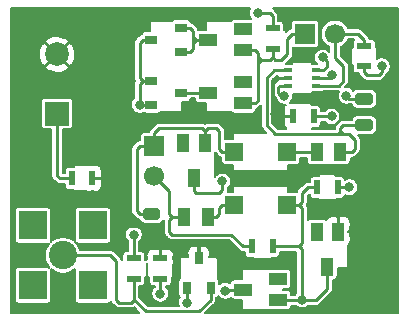
<source format=gbr>
G04 #@! TF.GenerationSoftware,KiCad,Pcbnew,(5.1.4)-1*
G04 #@! TF.CreationDate,2020-06-21T20:29:22+03:00*
G04 #@! TF.ProjectId,naa_g,6e61615f-672e-46b6-9963-61645f706362,rev?*
G04 #@! TF.SameCoordinates,Original*
G04 #@! TF.FileFunction,Copper,L1,Top*
G04 #@! TF.FilePolarity,Positive*
%FSLAX46Y46*%
G04 Gerber Fmt 4.6, Leading zero omitted, Abs format (unit mm)*
G04 Created by KiCad (PCBNEW (5.1.4)-1) date 2020-06-21 20:29:22*
%MOMM*%
%LPD*%
G04 APERTURE LIST*
%ADD10C,0.100000*%
%ADD11O,0.500000X1.000000*%
%ADD12R,0.500000X1.250000*%
%ADD13R,2.000000X2.000000*%
%ADD14C,2.000000*%
%ADD15R,2.400000X2.400000*%
%ADD16C,2.400000*%
%ADD17R,1.700000X1.700000*%
%ADD18C,1.700000*%
%ADD19R,0.800000X1.000000*%
%ADD20R,1.000000X0.800000*%
%ADD21R,1.000000X1.500000*%
%ADD22R,1.500000X1.000000*%
%ADD23R,1.250000X0.500000*%
%ADD24R,0.800000X0.400000*%
%ADD25R,1.500000X1.500000*%
%ADD26C,0.800000*%
%ADD27C,0.250000*%
%ADD28C,0.200000*%
G04 APERTURE END LIST*
D10*
G36*
X125000000Y-80000000D02*
G01*
X126000000Y-80000000D01*
X126000000Y-81000000D01*
X125000000Y-81000000D01*
X125000000Y-80000000D01*
G37*
G36*
X108000000Y-88500000D02*
G01*
X107000000Y-88500000D01*
X107000000Y-87500000D01*
X108000000Y-87500000D01*
X108000000Y-88500000D01*
G37*
G36*
X125000000Y-77750000D02*
G01*
X126000000Y-77750000D01*
X126000000Y-78750000D01*
X125000000Y-78750000D01*
X125000000Y-77750000D01*
G37*
D11*
X126000000Y-80500000D03*
X125000000Y-80500000D03*
D12*
X119500000Y-79750000D03*
X121250000Y-79750000D03*
D13*
X99500000Y-79500000D03*
D14*
X99500000Y-74500000D03*
D15*
X102540000Y-94040000D03*
X97460000Y-94040000D03*
D16*
X100000000Y-91500000D03*
D15*
X102540000Y-88960000D03*
X97460000Y-88960000D03*
D17*
X107750000Y-82250000D03*
D18*
X107750000Y-84790000D03*
D17*
X120500000Y-72750000D03*
D18*
X123040000Y-72750000D03*
D11*
X107000000Y-88000000D03*
X108000000Y-88000000D03*
X126000000Y-78250000D03*
X125000000Y-78250000D03*
D19*
X111500000Y-91750000D03*
X112500000Y-94250000D03*
X110500000Y-94250000D03*
D20*
X107500000Y-73250000D03*
X110000000Y-72250000D03*
X110000000Y-74250000D03*
X110000000Y-77750000D03*
X107500000Y-78750000D03*
X107500000Y-76750000D03*
D21*
X122400000Y-92500000D03*
X123300000Y-89500000D03*
X121500000Y-89500000D03*
D22*
X115250000Y-94400000D03*
X118250000Y-95300000D03*
X118250000Y-93500000D03*
D21*
X111100000Y-85000000D03*
X112000000Y-82000000D03*
X110200000Y-82000000D03*
D22*
X112250000Y-73250000D03*
X115250000Y-74150000D03*
X115250000Y-72350000D03*
X112250000Y-77750000D03*
X115250000Y-78650000D03*
X115250000Y-76850000D03*
D23*
X125500000Y-75500000D03*
X125500000Y-73750000D03*
D21*
X112250000Y-88250000D03*
X110250000Y-88250000D03*
X121500000Y-82750000D03*
X123500000Y-82750000D03*
D24*
X119100000Y-75850000D03*
X121400000Y-75850000D03*
X119100000Y-76500000D03*
X121400000Y-76500000D03*
X119100000Y-77150000D03*
X121400000Y-77150000D03*
D23*
X106000000Y-93500000D03*
X106000000Y-91750000D03*
X108250000Y-91750000D03*
X108250000Y-93500000D03*
D12*
X121500000Y-85750000D03*
X123250000Y-85750000D03*
D25*
X119000000Y-87250000D03*
X114500000Y-87250000D03*
D12*
X117750000Y-90750000D03*
X116000000Y-90750000D03*
D23*
X117750000Y-74000000D03*
X117750000Y-72250000D03*
D25*
X114500000Y-82750000D03*
X119000000Y-82750000D03*
D12*
X102500000Y-85000000D03*
X100750000Y-85000000D03*
D26*
X103750000Y-85000000D03*
X118000000Y-79500000D03*
X114500000Y-80250000D03*
X126000000Y-82500000D03*
X122750000Y-79750000D03*
X122750000Y-76250000D03*
X116500000Y-71000000D03*
X113500000Y-85250000D03*
X124250000Y-85750000D03*
X108250000Y-94750000D03*
X113750000Y-94500000D03*
X106000000Y-89750000D03*
X127000000Y-75500000D03*
X122000000Y-74750000D03*
X118750000Y-78000000D03*
X106500000Y-78750000D03*
X124000000Y-78000000D03*
X110500000Y-95500000D03*
X120250000Y-95250000D03*
D27*
X119100000Y-76500000D02*
X118250000Y-76500000D01*
X118250000Y-76500000D02*
X117750000Y-77000000D01*
X118500000Y-79750000D02*
X119500000Y-79750000D01*
X118250000Y-79750000D02*
X118000000Y-79500000D01*
X119500000Y-79750000D02*
X118250000Y-79750000D01*
X111500000Y-91750000D02*
X111500000Y-91000000D01*
X108250000Y-91000000D02*
X108250000Y-91750000D01*
X102500000Y-85000000D02*
X103750000Y-85000000D01*
X117750000Y-78684315D02*
X117750000Y-78250000D01*
X118000000Y-78934315D02*
X117750000Y-78684315D01*
X118000000Y-79500000D02*
X118000000Y-78934315D01*
X117750000Y-77000000D02*
X117750000Y-78250000D01*
X117750000Y-78250000D02*
X117750000Y-78500000D01*
X104750000Y-86000000D02*
X103750000Y-85000000D01*
X104750000Y-88500000D02*
X104750000Y-86000000D01*
X105250000Y-89000000D02*
X104750000Y-88500000D01*
X111500000Y-91750000D02*
X111500000Y-90750000D01*
X111500000Y-90750000D02*
X111250000Y-90500000D01*
X111250000Y-90500000D02*
X108500000Y-90500000D01*
X107000000Y-89000000D02*
X108500000Y-90500000D01*
X106250000Y-89000000D02*
X107000000Y-89000000D01*
X106250000Y-89000000D02*
X105250000Y-89000000D01*
X106750000Y-89000000D02*
X106250000Y-89000000D01*
X108250000Y-90750000D02*
X108500000Y-90500000D01*
X108250000Y-91750000D02*
X108250000Y-90750000D01*
X123300000Y-89500000D02*
X123300000Y-88050000D01*
X99750000Y-85000000D02*
X100750000Y-85000000D01*
X99500000Y-84750000D02*
X99750000Y-85000000D01*
X121250000Y-79750000D02*
X122750000Y-79750000D01*
X121400000Y-76500000D02*
X122500000Y-76500000D01*
X122500000Y-76500000D02*
X122750000Y-76250000D01*
X117750000Y-72250000D02*
X117750000Y-71250000D01*
X117750000Y-71250000D02*
X117500000Y-71000000D01*
X117500000Y-71000000D02*
X116500000Y-71000000D01*
X111100000Y-85000000D02*
X111100000Y-86100000D01*
X111100000Y-86100000D02*
X111250000Y-86250000D01*
X111250000Y-86250000D02*
X113250000Y-86250000D01*
X113250000Y-86250000D02*
X113500000Y-86000000D01*
X113500000Y-86000000D02*
X113500000Y-85250000D01*
X123250000Y-85750000D02*
X124250000Y-85750000D01*
X108250000Y-93500000D02*
X108250000Y-94750000D01*
X115250000Y-94400000D02*
X114100000Y-94400000D01*
X114100000Y-94400000D02*
X114000000Y-94500000D01*
X113850000Y-94400000D02*
X113750000Y-94500000D01*
X115250000Y-94400000D02*
X113850000Y-94400000D01*
X99500000Y-79500000D02*
X99500000Y-81750000D01*
X99500000Y-81500000D02*
X99500000Y-81750000D01*
X99500000Y-83250000D02*
X99500000Y-84750000D01*
X99500000Y-81750000D02*
X99500000Y-83250000D01*
X106000000Y-91750000D02*
X106000000Y-89750000D01*
X125500000Y-76000000D02*
X125750000Y-76250000D01*
X125500000Y-75500000D02*
X125500000Y-76000000D01*
X125750000Y-76250000D02*
X126250000Y-76250000D01*
X126250000Y-76250000D02*
X126750000Y-76250000D01*
X126750000Y-76250000D02*
X127000000Y-76000000D01*
X127000000Y-76000000D02*
X127000000Y-75500000D01*
X116250000Y-74150000D02*
X115250000Y-74150000D01*
X116500000Y-74400000D02*
X116250000Y-74150000D01*
X116250000Y-78650000D02*
X116500000Y-78400000D01*
X115250000Y-78650000D02*
X116250000Y-78650000D01*
X116500000Y-75250000D02*
X116500000Y-74400000D01*
X116500000Y-78400000D02*
X116500000Y-75250000D01*
X117750000Y-74750000D02*
X117750000Y-74000000D01*
X117500000Y-75000000D02*
X117750000Y-74750000D01*
X116500000Y-75250000D02*
X116750000Y-75000000D01*
X116500000Y-74750000D02*
X116750000Y-75000000D01*
X116500000Y-74400000D02*
X116500000Y-74750000D01*
X116750000Y-75000000D02*
X117500000Y-75000000D01*
X119400000Y-72750000D02*
X120500000Y-72750000D01*
X119000000Y-73150000D02*
X119400000Y-72750000D01*
X119000000Y-74500000D02*
X119000000Y-73150000D01*
X118500000Y-75000000D02*
X119000000Y-74500000D01*
X118000000Y-75000000D02*
X118500000Y-75000000D01*
X117750000Y-74750000D02*
X118000000Y-75000000D01*
X112000000Y-81000000D02*
X112000000Y-82000000D01*
X113250000Y-81000000D02*
X113000000Y-80750000D01*
X113000000Y-80750000D02*
X112250000Y-80750000D01*
X112250000Y-80750000D02*
X112000000Y-81000000D01*
X111750000Y-80750000D02*
X112000000Y-81000000D01*
X108150000Y-80750000D02*
X111750000Y-80750000D01*
X107750000Y-82250000D02*
X107750000Y-81150000D01*
X107750000Y-81150000D02*
X108150000Y-80750000D01*
X114500000Y-82750000D02*
X113500000Y-82750000D01*
X113250000Y-82500000D02*
X113250000Y-81750000D01*
X113500000Y-82750000D02*
X113250000Y-82500000D01*
X113250000Y-81750000D02*
X113250000Y-81000000D01*
X106500000Y-88000000D02*
X107000000Y-88000000D01*
X106250000Y-87750000D02*
X106500000Y-88000000D01*
X106250000Y-82500000D02*
X106250000Y-87750000D01*
X107750000Y-82250000D02*
X106500000Y-82250000D01*
X106500000Y-82250000D02*
X106250000Y-82500000D01*
X119000000Y-82750000D02*
X121500000Y-82750000D01*
X109000000Y-86040000D02*
X107750000Y-84790000D01*
X116000000Y-90750000D02*
X115250000Y-90750000D01*
X115250000Y-90750000D02*
X114250000Y-89750000D01*
X109250000Y-89750000D02*
X109000000Y-89500000D01*
X114250000Y-89750000D02*
X109250000Y-89750000D01*
X109000000Y-89250000D02*
X109000000Y-88500000D01*
X109000000Y-89500000D02*
X109000000Y-89250000D01*
X109250000Y-88250000D02*
X110250000Y-88250000D01*
X109000000Y-88500000D02*
X109250000Y-88250000D01*
X109000000Y-88000000D02*
X109250000Y-88250000D01*
X109000000Y-87250000D02*
X109000000Y-88000000D01*
X109000000Y-87250000D02*
X109000000Y-86040000D01*
X124500000Y-82750000D02*
X123500000Y-82750000D01*
X124750000Y-81750000D02*
X124750000Y-82500000D01*
X124750000Y-82500000D02*
X124500000Y-82750000D01*
X124250000Y-81250000D02*
X124750000Y-81750000D01*
X125000000Y-80500000D02*
X123750000Y-80500000D01*
X123750000Y-80500000D02*
X123500000Y-80750000D01*
X123500000Y-80750000D02*
X123500000Y-81000000D01*
X123250000Y-81250000D02*
X123500000Y-81000000D01*
X123750000Y-81250000D02*
X123500000Y-81000000D01*
X123750000Y-81250000D02*
X124250000Y-81250000D01*
X123250000Y-81250000D02*
X123750000Y-81250000D01*
X117900000Y-75850000D02*
X119100000Y-75850000D01*
X117250000Y-76500000D02*
X117900000Y-75850000D01*
X117250000Y-80500000D02*
X117250000Y-76500000D01*
X118000000Y-81250000D02*
X117250000Y-80500000D01*
X123250000Y-81250000D02*
X118000000Y-81250000D01*
X119100000Y-77150000D02*
X118350000Y-77150000D01*
X118350000Y-77150000D02*
X118250000Y-77250000D01*
X118250000Y-77250000D02*
X118250000Y-77750000D01*
X118250000Y-77750000D02*
X118500000Y-78000000D01*
X118500000Y-78000000D02*
X118750000Y-78000000D01*
X121400000Y-75850000D02*
X122050000Y-75850000D01*
X107500000Y-78750000D02*
X106750000Y-78750000D01*
X106750000Y-78750000D02*
X106500000Y-78500000D01*
X106500000Y-78500000D02*
X106500000Y-77000000D01*
X106750000Y-76750000D02*
X107500000Y-76750000D01*
X106500000Y-77000000D02*
X106750000Y-76750000D01*
X107500000Y-73250000D02*
X106750000Y-73250000D01*
X106750000Y-73250000D02*
X106500000Y-73500000D01*
X106500000Y-76500000D02*
X106750000Y-76750000D01*
X106500000Y-73500000D02*
X106500000Y-76500000D01*
X122325000Y-75075000D02*
X122250000Y-75000000D01*
X122325000Y-75575000D02*
X122325000Y-75075000D01*
X122250000Y-75000000D02*
X122000000Y-74750000D01*
X122050000Y-75850000D02*
X122325000Y-75575000D01*
X125000000Y-78250000D02*
X124250000Y-78250000D01*
X124250000Y-78250000D02*
X124000000Y-78000000D01*
X123040000Y-72750000D02*
X125000000Y-72750000D01*
X125500000Y-73250000D02*
X125500000Y-73750000D01*
X125000000Y-72750000D02*
X125500000Y-73250000D01*
X123040000Y-74210000D02*
X123040000Y-72750000D01*
X123040000Y-74790000D02*
X123040000Y-74210000D01*
X123750000Y-75500000D02*
X123040000Y-74790000D01*
X123750000Y-76750000D02*
X123750000Y-75500000D01*
X123350000Y-77150000D02*
X123750000Y-76750000D01*
X121400000Y-77150000D02*
X123350000Y-77150000D01*
X110000000Y-77750000D02*
X110750000Y-77750000D01*
X110750000Y-77750000D02*
X112250000Y-77750000D01*
X110000000Y-74250000D02*
X110750000Y-74250000D01*
X110750000Y-74250000D02*
X111000000Y-74000000D01*
X111000000Y-74000000D02*
X111000000Y-73500000D01*
X111250000Y-73250000D02*
X112250000Y-73250000D01*
X111000000Y-73500000D02*
X111250000Y-73250000D01*
X110000000Y-72250000D02*
X110750000Y-72250000D01*
X110750000Y-72250000D02*
X111000000Y-72500000D01*
X111000000Y-73000000D02*
X111250000Y-73250000D01*
X111000000Y-72500000D02*
X111000000Y-73000000D01*
X111000000Y-73500000D02*
X111000000Y-73000000D01*
X120000000Y-87250000D02*
X119000000Y-87250000D01*
X117750000Y-90750000D02*
X120000000Y-90750000D01*
X120250000Y-87500000D02*
X120250000Y-90500000D01*
X120000000Y-90750000D02*
X120250000Y-90500000D01*
X120250000Y-87500000D02*
X120000000Y-87250000D01*
X120250000Y-86250000D02*
X120750000Y-85750000D01*
X120000000Y-87250000D02*
X120250000Y-87000000D01*
X120250000Y-87000000D02*
X120250000Y-86250000D01*
X120750000Y-85750000D02*
X121500000Y-85750000D01*
X122400000Y-94350000D02*
X122400000Y-92500000D01*
X121450000Y-95300000D02*
X122400000Y-94350000D01*
X120250000Y-95100000D02*
X120050000Y-95300000D01*
X120250000Y-91000000D02*
X120250000Y-95100000D01*
X120000000Y-90750000D02*
X120250000Y-91000000D01*
X118250000Y-95300000D02*
X120050000Y-95300000D01*
X120450000Y-95300000D02*
X120250000Y-95100000D01*
X121200000Y-95300000D02*
X120450000Y-95300000D01*
X121200000Y-95300000D02*
X121450000Y-95300000D01*
X120050000Y-95300000D02*
X121200000Y-95300000D01*
X110500000Y-94250000D02*
X110500000Y-95500000D01*
X112250000Y-88250000D02*
X113000000Y-88250000D01*
X113000000Y-88250000D02*
X113250000Y-88000000D01*
X113250000Y-88000000D02*
X113250000Y-87500000D01*
X113500000Y-87250000D02*
X114500000Y-87250000D01*
X113250000Y-87500000D02*
X113500000Y-87250000D01*
X112500000Y-95250000D02*
X112500000Y-94250000D01*
X111500000Y-96250000D02*
X112500000Y-95250000D01*
X107000000Y-96250000D02*
X111500000Y-96250000D01*
X106000000Y-95250000D02*
X107000000Y-96250000D01*
X106000000Y-93500000D02*
X106000000Y-95250000D01*
X100000000Y-91500000D02*
X104000000Y-91500000D01*
X104000000Y-91500000D02*
X104500000Y-92000000D01*
X104500000Y-92000000D02*
X104500000Y-95250000D01*
X104500000Y-95250000D02*
X104750000Y-95500000D01*
X105750000Y-95500000D02*
X106000000Y-95250000D01*
X104750000Y-95500000D02*
X105750000Y-95500000D01*
D28*
G36*
X128400000Y-96400000D02*
G01*
X112021750Y-96400000D01*
X112819377Y-95602375D01*
X112837501Y-95587501D01*
X112896859Y-95515173D01*
X112940966Y-95432654D01*
X112968127Y-95343116D01*
X112975000Y-95273332D01*
X112975000Y-95273331D01*
X112977298Y-95250000D01*
X112975000Y-95226668D01*
X112975000Y-95092997D01*
X113034587Y-95074922D01*
X113095390Y-95042422D01*
X113148685Y-94998685D01*
X113166604Y-94976850D01*
X113167437Y-94978097D01*
X113271903Y-95082563D01*
X113394742Y-95164641D01*
X113531233Y-95221178D01*
X113676131Y-95250000D01*
X113823869Y-95250000D01*
X113968767Y-95221178D01*
X114105258Y-95164641D01*
X114208046Y-95095960D01*
X114251315Y-95148685D01*
X114304610Y-95192422D01*
X114365413Y-95224922D01*
X114431388Y-95244935D01*
X114500000Y-95251693D01*
X115150000Y-95251693D01*
X115150000Y-96000000D01*
X115151921Y-96019509D01*
X115157612Y-96038268D01*
X115166853Y-96055557D01*
X115179289Y-96070711D01*
X115194443Y-96083147D01*
X115211732Y-96092388D01*
X115230491Y-96098079D01*
X115250000Y-96100000D01*
X117318787Y-96100000D01*
X117365413Y-96124922D01*
X117431388Y-96144935D01*
X117500000Y-96151693D01*
X119000000Y-96151693D01*
X119068612Y-96144935D01*
X119134587Y-96124922D01*
X119195390Y-96092422D01*
X119248685Y-96048685D01*
X119292422Y-95995390D01*
X119324922Y-95934587D01*
X119344935Y-95868612D01*
X119351693Y-95800000D01*
X119351693Y-95775000D01*
X119714340Y-95775000D01*
X119771903Y-95832563D01*
X119894742Y-95914641D01*
X120031233Y-95971178D01*
X120176131Y-96000000D01*
X120323869Y-96000000D01*
X120468767Y-95971178D01*
X120605258Y-95914641D01*
X120728097Y-95832563D01*
X120785660Y-95775000D01*
X121426668Y-95775000D01*
X121450000Y-95777298D01*
X121473332Y-95775000D01*
X121543116Y-95768127D01*
X121632654Y-95740966D01*
X121715173Y-95696859D01*
X121787501Y-95637501D01*
X121802384Y-95619366D01*
X122719377Y-94702375D01*
X122737501Y-94687501D01*
X122796859Y-94615173D01*
X122830992Y-94551315D01*
X122840966Y-94532655D01*
X122868127Y-94443116D01*
X122877298Y-94350000D01*
X122875000Y-94326668D01*
X122875000Y-93601693D01*
X122900000Y-93601693D01*
X122968612Y-93594935D01*
X123034587Y-93574922D01*
X123095390Y-93542422D01*
X123148685Y-93498685D01*
X123192422Y-93445390D01*
X123224922Y-93384587D01*
X123244935Y-93318612D01*
X123251693Y-93250000D01*
X123251693Y-92600000D01*
X124000000Y-92600000D01*
X124019509Y-92598079D01*
X124038268Y-92592388D01*
X124055557Y-92583147D01*
X124070711Y-92570711D01*
X124083147Y-92555557D01*
X124092388Y-92538268D01*
X124098079Y-92519509D01*
X124100000Y-92500000D01*
X124100000Y-90713285D01*
X124107042Y-90709521D01*
X124190790Y-90640790D01*
X124259521Y-90557042D01*
X124310592Y-90461494D01*
X124342042Y-90357819D01*
X124352661Y-90250000D01*
X124350000Y-89662500D01*
X124212500Y-89525000D01*
X124100000Y-89525000D01*
X124100000Y-89475000D01*
X124212500Y-89475000D01*
X124350000Y-89337500D01*
X124352661Y-88750000D01*
X124342042Y-88642181D01*
X124310592Y-88538506D01*
X124259521Y-88442958D01*
X124190790Y-88359210D01*
X124107042Y-88290479D01*
X124011494Y-88239408D01*
X123907819Y-88207958D01*
X123800000Y-88197339D01*
X123462500Y-88200000D01*
X123325000Y-88337500D01*
X123325000Y-89150000D01*
X123275000Y-89150000D01*
X123275000Y-88337500D01*
X123137500Y-88200000D01*
X122800000Y-88197339D01*
X122692181Y-88207958D01*
X122588506Y-88239408D01*
X122492958Y-88290479D01*
X122409210Y-88359210D01*
X122340479Y-88442958D01*
X122289408Y-88538506D01*
X122286655Y-88547582D01*
X122248685Y-88501315D01*
X122195390Y-88457578D01*
X122134587Y-88425078D01*
X122068612Y-88405065D01*
X122000000Y-88398307D01*
X121000000Y-88398307D01*
X120931388Y-88405065D01*
X120865413Y-88425078D01*
X120804610Y-88457578D01*
X120751315Y-88501315D01*
X120725000Y-88533381D01*
X120725000Y-87523331D01*
X120727298Y-87499999D01*
X120718127Y-87406883D01*
X120706601Y-87368888D01*
X120690966Y-87317346D01*
X120654969Y-87250000D01*
X120690966Y-87182654D01*
X120718127Y-87093116D01*
X120725000Y-87023332D01*
X120725000Y-87023331D01*
X120727298Y-87000001D01*
X120725000Y-86976669D01*
X120725000Y-86446751D01*
X120898307Y-86273444D01*
X120898307Y-86375000D01*
X120905065Y-86443612D01*
X120925078Y-86509587D01*
X120957578Y-86570390D01*
X121001315Y-86623685D01*
X121054610Y-86667422D01*
X121115413Y-86699922D01*
X121181388Y-86719935D01*
X121250000Y-86726693D01*
X121650000Y-86726693D01*
X121650000Y-86750000D01*
X121651921Y-86769509D01*
X121657612Y-86788268D01*
X121666853Y-86805557D01*
X121679289Y-86820711D01*
X121694443Y-86833147D01*
X121711732Y-86842388D01*
X121730491Y-86848079D01*
X121750000Y-86850000D01*
X123000000Y-86850000D01*
X123019509Y-86848079D01*
X123038268Y-86842388D01*
X123055557Y-86833147D01*
X123070711Y-86820711D01*
X123083147Y-86805557D01*
X123092388Y-86788268D01*
X123098079Y-86769509D01*
X123100000Y-86750000D01*
X123100000Y-86726693D01*
X123500000Y-86726693D01*
X123568612Y-86719935D01*
X123634587Y-86699922D01*
X123695390Y-86667422D01*
X123748685Y-86623685D01*
X123792422Y-86570390D01*
X123824922Y-86509587D01*
X123844935Y-86443612D01*
X123850688Y-86385205D01*
X123894742Y-86414641D01*
X124031233Y-86471178D01*
X124176131Y-86500000D01*
X124323869Y-86500000D01*
X124468767Y-86471178D01*
X124605258Y-86414641D01*
X124728097Y-86332563D01*
X124832563Y-86228097D01*
X124914641Y-86105258D01*
X124971178Y-85968767D01*
X125000000Y-85823869D01*
X125000000Y-85676131D01*
X124971178Y-85531233D01*
X124914641Y-85394742D01*
X124832563Y-85271903D01*
X124728097Y-85167437D01*
X124605258Y-85085359D01*
X124468767Y-85028822D01*
X124323869Y-85000000D01*
X124176131Y-85000000D01*
X124031233Y-85028822D01*
X123894742Y-85085359D01*
X123850688Y-85114795D01*
X123844935Y-85056388D01*
X123824922Y-84990413D01*
X123792422Y-84929610D01*
X123748685Y-84876315D01*
X123695390Y-84832578D01*
X123634587Y-84800078D01*
X123568612Y-84780065D01*
X123500000Y-84773307D01*
X123100000Y-84773307D01*
X123100000Y-84750000D01*
X123098079Y-84730491D01*
X123092388Y-84711732D01*
X123083147Y-84694443D01*
X123070711Y-84679289D01*
X123055557Y-84666853D01*
X123038268Y-84657612D01*
X123019509Y-84651921D01*
X123000000Y-84650000D01*
X121750000Y-84650000D01*
X121730491Y-84651921D01*
X121711732Y-84657612D01*
X121694443Y-84666853D01*
X121679289Y-84679289D01*
X121666853Y-84694443D01*
X121657612Y-84711732D01*
X121651921Y-84730491D01*
X121650000Y-84750000D01*
X121650000Y-84773307D01*
X121250000Y-84773307D01*
X121181388Y-84780065D01*
X121115413Y-84800078D01*
X121054610Y-84832578D01*
X121001315Y-84876315D01*
X120957578Y-84929610D01*
X120925078Y-84990413D01*
X120905065Y-85056388D01*
X120898307Y-85125000D01*
X120898307Y-85275000D01*
X120773332Y-85275000D01*
X120750000Y-85272702D01*
X120656884Y-85281873D01*
X120567345Y-85309034D01*
X120539591Y-85323869D01*
X120484827Y-85353141D01*
X120412499Y-85412499D01*
X120397625Y-85430624D01*
X119930629Y-85897621D01*
X119912500Y-85912499D01*
X119853142Y-85984827D01*
X119823652Y-86040000D01*
X119809035Y-86067346D01*
X119783475Y-86151604D01*
X119750000Y-86148307D01*
X119100000Y-86148307D01*
X119100000Y-85750000D01*
X119098079Y-85730491D01*
X119092388Y-85711732D01*
X119083147Y-85694443D01*
X119070711Y-85679289D01*
X119055557Y-85666853D01*
X119038268Y-85657612D01*
X119019509Y-85651921D01*
X119000000Y-85650000D01*
X114500000Y-85650000D01*
X114480491Y-85651921D01*
X114461732Y-85657612D01*
X114444443Y-85666853D01*
X114429289Y-85679289D01*
X114416853Y-85694443D01*
X114407612Y-85711732D01*
X114401921Y-85730491D01*
X114400000Y-85750000D01*
X114400000Y-86148307D01*
X113951385Y-86148307D01*
X113966039Y-86100000D01*
X113968127Y-86093117D01*
X113977298Y-86000001D01*
X113975000Y-85976669D01*
X113975000Y-85834632D01*
X113978097Y-85832563D01*
X114082563Y-85728097D01*
X114164641Y-85605258D01*
X114221178Y-85468767D01*
X114250000Y-85323869D01*
X114250000Y-85176131D01*
X114221178Y-85031233D01*
X114164641Y-84894742D01*
X114082563Y-84771903D01*
X113978097Y-84667437D01*
X113855258Y-84585359D01*
X113718767Y-84528822D01*
X113573869Y-84500000D01*
X113426131Y-84500000D01*
X113281233Y-84528822D01*
X113144742Y-84585359D01*
X113021903Y-84667437D01*
X112917437Y-84771903D01*
X112850000Y-84872830D01*
X112850000Y-82767189D01*
X112850656Y-82760525D01*
X112853141Y-82765173D01*
X112912499Y-82837501D01*
X112930634Y-82852384D01*
X113147616Y-83069366D01*
X113162499Y-83087501D01*
X113234827Y-83146859D01*
X113317346Y-83190966D01*
X113379722Y-83209888D01*
X113398307Y-83215525D01*
X113398307Y-83500000D01*
X113405065Y-83568612D01*
X113425078Y-83634587D01*
X113457578Y-83695390D01*
X113501315Y-83748685D01*
X113554610Y-83792422D01*
X113615413Y-83824922D01*
X113681388Y-83844935D01*
X113750000Y-83851693D01*
X114400000Y-83851693D01*
X114400000Y-84250000D01*
X114401921Y-84269509D01*
X114407612Y-84288268D01*
X114416853Y-84305557D01*
X114429289Y-84320711D01*
X114444443Y-84333147D01*
X114461732Y-84342388D01*
X114480491Y-84348079D01*
X114500000Y-84350000D01*
X119000000Y-84350000D01*
X119019509Y-84348079D01*
X119038268Y-84342388D01*
X119055557Y-84333147D01*
X119070711Y-84320711D01*
X119083147Y-84305557D01*
X119092388Y-84288268D01*
X119098079Y-84269509D01*
X119100000Y-84250000D01*
X119100000Y-83851693D01*
X119750000Y-83851693D01*
X119818612Y-83844935D01*
X119884587Y-83824922D01*
X119945390Y-83792422D01*
X119998685Y-83748685D01*
X120042422Y-83695390D01*
X120074922Y-83634587D01*
X120094935Y-83568612D01*
X120101693Y-83500000D01*
X120101693Y-83225000D01*
X120648307Y-83225000D01*
X120648307Y-83500000D01*
X120655065Y-83568612D01*
X120675078Y-83634587D01*
X120707578Y-83695390D01*
X120751315Y-83748685D01*
X120804610Y-83792422D01*
X120865413Y-83824922D01*
X120931388Y-83844935D01*
X121000000Y-83851693D01*
X122000000Y-83851693D01*
X122017189Y-83850000D01*
X122982811Y-83850000D01*
X123000000Y-83851693D01*
X124000000Y-83851693D01*
X124068612Y-83844935D01*
X124134587Y-83824922D01*
X124195390Y-83792422D01*
X124248685Y-83748685D01*
X124292422Y-83695390D01*
X124324922Y-83634587D01*
X124344935Y-83568612D01*
X124351693Y-83500000D01*
X124351693Y-83225000D01*
X124476668Y-83225000D01*
X124500000Y-83227298D01*
X124523332Y-83225000D01*
X124593116Y-83218127D01*
X124682654Y-83190966D01*
X124765173Y-83146859D01*
X124837501Y-83087501D01*
X124852384Y-83069366D01*
X125069366Y-82852384D01*
X125087501Y-82837501D01*
X125146859Y-82765173D01*
X125190966Y-82682654D01*
X125218127Y-82593116D01*
X125225000Y-82523332D01*
X125225000Y-82523331D01*
X125227298Y-82500001D01*
X125225000Y-82476668D01*
X125225000Y-81773331D01*
X125227298Y-81750000D01*
X125218127Y-81656884D01*
X125190966Y-81567345D01*
X125163079Y-81515173D01*
X125146859Y-81484827D01*
X125087501Y-81412499D01*
X125069376Y-81397625D01*
X125022444Y-81350692D01*
X125029474Y-81350000D01*
X125970526Y-81350000D01*
X126000000Y-81352903D01*
X126117621Y-81341318D01*
X126230721Y-81307010D01*
X126334955Y-81251296D01*
X126426317Y-81176317D01*
X126501296Y-81084955D01*
X126557010Y-80980721D01*
X126591318Y-80867621D01*
X126600000Y-80779474D01*
X126600000Y-80220526D01*
X126591318Y-80132379D01*
X126557010Y-80019279D01*
X126501296Y-79915045D01*
X126426317Y-79823683D01*
X126334954Y-79748704D01*
X126230720Y-79692990D01*
X126117620Y-79658682D01*
X126000000Y-79647097D01*
X125970526Y-79650000D01*
X125029474Y-79650000D01*
X125000000Y-79647097D01*
X124882379Y-79658682D01*
X124769279Y-79692990D01*
X124665045Y-79748704D01*
X124573683Y-79823683D01*
X124498704Y-79915046D01*
X124442990Y-80019280D01*
X124441255Y-80025000D01*
X123773331Y-80025000D01*
X123749999Y-80022702D01*
X123656883Y-80031873D01*
X123629722Y-80040112D01*
X123567346Y-80059034D01*
X123484827Y-80103141D01*
X123412499Y-80162499D01*
X123397616Y-80180634D01*
X123180634Y-80397616D01*
X123162499Y-80412499D01*
X123103141Y-80484827D01*
X123059034Y-80567347D01*
X123051217Y-80593116D01*
X123031873Y-80656884D01*
X123022702Y-80750000D01*
X123025000Y-80773332D01*
X123025000Y-80775000D01*
X121096413Y-80775000D01*
X121098079Y-80769509D01*
X121100000Y-80750000D01*
X121100000Y-80726693D01*
X121500000Y-80726693D01*
X121568612Y-80719935D01*
X121634587Y-80699922D01*
X121695390Y-80667422D01*
X121748685Y-80623685D01*
X121792422Y-80570390D01*
X121824922Y-80509587D01*
X121844935Y-80443612D01*
X121851693Y-80375000D01*
X121851693Y-80225000D01*
X122165368Y-80225000D01*
X122167437Y-80228097D01*
X122271903Y-80332563D01*
X122394742Y-80414641D01*
X122531233Y-80471178D01*
X122676131Y-80500000D01*
X122823869Y-80500000D01*
X122968767Y-80471178D01*
X123105258Y-80414641D01*
X123228097Y-80332563D01*
X123332563Y-80228097D01*
X123414641Y-80105258D01*
X123471178Y-79968767D01*
X123500000Y-79823869D01*
X123500000Y-79676131D01*
X123471178Y-79531233D01*
X123414641Y-79394742D01*
X123332563Y-79271903D01*
X123228097Y-79167437D01*
X123105258Y-79085359D01*
X122968767Y-79028822D01*
X122823869Y-79000000D01*
X122676131Y-79000000D01*
X122531233Y-79028822D01*
X122394742Y-79085359D01*
X122271903Y-79167437D01*
X122167437Y-79271903D01*
X122165368Y-79275000D01*
X121851693Y-79275000D01*
X121851693Y-79125000D01*
X121844935Y-79056388D01*
X121824922Y-78990413D01*
X121792422Y-78929610D01*
X121748685Y-78876315D01*
X121695390Y-78832578D01*
X121634587Y-78800078D01*
X121568612Y-78780065D01*
X121500000Y-78773307D01*
X121100000Y-78773307D01*
X121100000Y-78750000D01*
X121098079Y-78730491D01*
X121092388Y-78711732D01*
X121083147Y-78694443D01*
X121070711Y-78679289D01*
X121055557Y-78666853D01*
X121038268Y-78657612D01*
X121019509Y-78651921D01*
X121000000Y-78650000D01*
X120028083Y-78650000D01*
X119961494Y-78614408D01*
X119857819Y-78582958D01*
X119750000Y-78572339D01*
X119662500Y-78575000D01*
X119587500Y-78650000D01*
X119412500Y-78650000D01*
X119337500Y-78575000D01*
X119250000Y-78572339D01*
X119237045Y-78573615D01*
X119332563Y-78478097D01*
X119414641Y-78355258D01*
X119471178Y-78218767D01*
X119500000Y-78073869D01*
X119500000Y-77926131D01*
X119484554Y-77848479D01*
X119500000Y-77850000D01*
X121000000Y-77850000D01*
X121019509Y-77848079D01*
X121038268Y-77842388D01*
X121055557Y-77833147D01*
X121070711Y-77820711D01*
X121083147Y-77805557D01*
X121092388Y-77788268D01*
X121098079Y-77769509D01*
X121100000Y-77750000D01*
X121100000Y-77701693D01*
X121800000Y-77701693D01*
X121868612Y-77694935D01*
X121934587Y-77674922D01*
X121995390Y-77642422D01*
X122016619Y-77625000D01*
X123326668Y-77625000D01*
X123347199Y-77627022D01*
X123335359Y-77644742D01*
X123278822Y-77781233D01*
X123250000Y-77926131D01*
X123250000Y-78073869D01*
X123278822Y-78218767D01*
X123335359Y-78355258D01*
X123417437Y-78478097D01*
X123521903Y-78582563D01*
X123644742Y-78664641D01*
X123781233Y-78721178D01*
X123926131Y-78750000D01*
X124073869Y-78750000D01*
X124208532Y-78723214D01*
X124249999Y-78727298D01*
X124273331Y-78725000D01*
X124441255Y-78725000D01*
X124442990Y-78730721D01*
X124498705Y-78834955D01*
X124573684Y-78926317D01*
X124665046Y-79001296D01*
X124769280Y-79057010D01*
X124882380Y-79091318D01*
X125000000Y-79102903D01*
X125029474Y-79100000D01*
X125970526Y-79100000D01*
X126000000Y-79102903D01*
X126117621Y-79091318D01*
X126230721Y-79057010D01*
X126334955Y-79001296D01*
X126426317Y-78926317D01*
X126501296Y-78834955D01*
X126557010Y-78730721D01*
X126591318Y-78617621D01*
X126600000Y-78529474D01*
X126600000Y-77970526D01*
X126591318Y-77882379D01*
X126557010Y-77769279D01*
X126501296Y-77665045D01*
X126426317Y-77573683D01*
X126334954Y-77498704D01*
X126230720Y-77442990D01*
X126117620Y-77408682D01*
X126000000Y-77397097D01*
X125970526Y-77400000D01*
X125029474Y-77400000D01*
X125000000Y-77397097D01*
X124882379Y-77408682D01*
X124769279Y-77442990D01*
X124665045Y-77498704D01*
X124601763Y-77550638D01*
X124582563Y-77521903D01*
X124478097Y-77417437D01*
X124355258Y-77335359D01*
X124218767Y-77278822D01*
X124073869Y-77250000D01*
X123926131Y-77250000D01*
X123920663Y-77251088D01*
X124069371Y-77102380D01*
X124087501Y-77087501D01*
X124146859Y-77015173D01*
X124190966Y-76932654D01*
X124218127Y-76843116D01*
X124219166Y-76832563D01*
X124227298Y-76750001D01*
X124225000Y-76726669D01*
X124225000Y-75523332D01*
X124227298Y-75500000D01*
X124218127Y-75406884D01*
X124190966Y-75317346D01*
X124184402Y-75305065D01*
X124146859Y-75234827D01*
X124087501Y-75162499D01*
X124069377Y-75147625D01*
X123515000Y-74593250D01*
X123515000Y-73852119D01*
X123608413Y-73813426D01*
X123804955Y-73682101D01*
X123972101Y-73514955D01*
X124103426Y-73318413D01*
X124142119Y-73225000D01*
X124658381Y-73225000D01*
X124626315Y-73251315D01*
X124582578Y-73304610D01*
X124550078Y-73365413D01*
X124530065Y-73431388D01*
X124523307Y-73500000D01*
X124523307Y-73900000D01*
X124500000Y-73900000D01*
X124480491Y-73901921D01*
X124461732Y-73907612D01*
X124444443Y-73916853D01*
X124429289Y-73929289D01*
X124416853Y-73944443D01*
X124407612Y-73961732D01*
X124401921Y-73980491D01*
X124400000Y-74000000D01*
X124400000Y-75250000D01*
X124401921Y-75269509D01*
X124407612Y-75288268D01*
X124416853Y-75305557D01*
X124429289Y-75320711D01*
X124444443Y-75333147D01*
X124461732Y-75342388D01*
X124480491Y-75348079D01*
X124500000Y-75350000D01*
X124523307Y-75350000D01*
X124523307Y-75750000D01*
X124530065Y-75818612D01*
X124550078Y-75884587D01*
X124582578Y-75945390D01*
X124626315Y-75998685D01*
X124679610Y-76042422D01*
X124740413Y-76074922D01*
X124806388Y-76094935D01*
X124875000Y-76101693D01*
X125034475Y-76101693D01*
X125052921Y-76162499D01*
X125059035Y-76182654D01*
X125103142Y-76265173D01*
X125162500Y-76337501D01*
X125180629Y-76352379D01*
X125397616Y-76569366D01*
X125412499Y-76587501D01*
X125484827Y-76646859D01*
X125567346Y-76690966D01*
X125626908Y-76709034D01*
X125656883Y-76718127D01*
X125749999Y-76727298D01*
X125773331Y-76725000D01*
X126726668Y-76725000D01*
X126750000Y-76727298D01*
X126773332Y-76725000D01*
X126843116Y-76718127D01*
X126932654Y-76690966D01*
X127015173Y-76646859D01*
X127087501Y-76587501D01*
X127102384Y-76569366D01*
X127319366Y-76352384D01*
X127337501Y-76337501D01*
X127396859Y-76265173D01*
X127440966Y-76182654D01*
X127461436Y-76115172D01*
X127468127Y-76093117D01*
X127468537Y-76088951D01*
X127478097Y-76082563D01*
X127582563Y-75978097D01*
X127664641Y-75855258D01*
X127721178Y-75718767D01*
X127750000Y-75573869D01*
X127750000Y-75426131D01*
X127721178Y-75281233D01*
X127664641Y-75144742D01*
X127582563Y-75021903D01*
X127478097Y-74917437D01*
X127355258Y-74835359D01*
X127218767Y-74778822D01*
X127073869Y-74750000D01*
X126926131Y-74750000D01*
X126781233Y-74778822D01*
X126644742Y-74835359D01*
X126600000Y-74865255D01*
X126600000Y-74000000D01*
X126598079Y-73980491D01*
X126592388Y-73961732D01*
X126583147Y-73944443D01*
X126570711Y-73929289D01*
X126555557Y-73916853D01*
X126538268Y-73907612D01*
X126519509Y-73901921D01*
X126500000Y-73900000D01*
X126476693Y-73900000D01*
X126476693Y-73500000D01*
X126469935Y-73431388D01*
X126449922Y-73365413D01*
X126417422Y-73304610D01*
X126373685Y-73251315D01*
X126320390Y-73207578D01*
X126259587Y-73175078D01*
X126193612Y-73155065D01*
X126125000Y-73148307D01*
X125965525Y-73148307D01*
X125940966Y-73067345D01*
X125917103Y-73022702D01*
X125896859Y-72984827D01*
X125837501Y-72912499D01*
X125819376Y-72897625D01*
X125352383Y-72430633D01*
X125337501Y-72412499D01*
X125265173Y-72353141D01*
X125182654Y-72309034D01*
X125093116Y-72281873D01*
X125023332Y-72275000D01*
X125000000Y-72272702D01*
X124976668Y-72275000D01*
X124142119Y-72275000D01*
X124103426Y-72181587D01*
X123972101Y-71985045D01*
X123804955Y-71817899D01*
X123608413Y-71686574D01*
X123390027Y-71596116D01*
X123158190Y-71550000D01*
X122921810Y-71550000D01*
X122689973Y-71596116D01*
X122471587Y-71686574D01*
X122275045Y-71817899D01*
X122107899Y-71985045D01*
X121976574Y-72181587D01*
X121886116Y-72399973D01*
X121840000Y-72631810D01*
X121840000Y-72868190D01*
X121886116Y-73100027D01*
X121976574Y-73318413D01*
X122107899Y-73514955D01*
X122275045Y-73682101D01*
X122471587Y-73813426D01*
X122565000Y-73852119D01*
X122565000Y-74233331D01*
X122565001Y-74233340D01*
X122565001Y-74254341D01*
X122478097Y-74167437D01*
X122355258Y-74085359D01*
X122218767Y-74028822D01*
X122073869Y-74000000D01*
X121926131Y-74000000D01*
X121781233Y-74028822D01*
X121644742Y-74085359D01*
X121521903Y-74167437D01*
X121417437Y-74271903D01*
X121335359Y-74394742D01*
X121278822Y-74531233D01*
X121250000Y-74676131D01*
X121250000Y-74823869D01*
X121278822Y-74968767D01*
X121335359Y-75105258D01*
X121417437Y-75228097D01*
X121487647Y-75298307D01*
X121100000Y-75298307D01*
X121100000Y-75250000D01*
X121098079Y-75230491D01*
X121092388Y-75211732D01*
X121083147Y-75194443D01*
X121070711Y-75179289D01*
X121055557Y-75166853D01*
X121038268Y-75157612D01*
X121019509Y-75151921D01*
X121000000Y-75150000D01*
X119500000Y-75150000D01*
X119480491Y-75151921D01*
X119461732Y-75157612D01*
X119444443Y-75166853D01*
X119429289Y-75179289D01*
X119416853Y-75194443D01*
X119407612Y-75211732D01*
X119401921Y-75230491D01*
X119400000Y-75250000D01*
X119400000Y-75298307D01*
X118873443Y-75298307D01*
X119319376Y-74852375D01*
X119337501Y-74837501D01*
X119396859Y-74765173D01*
X119433360Y-74696884D01*
X119440966Y-74682655D01*
X119468127Y-74593116D01*
X119477298Y-74500000D01*
X119475000Y-74476668D01*
X119475000Y-73903321D01*
X119515413Y-73924922D01*
X119581388Y-73944935D01*
X119650000Y-73951693D01*
X121350000Y-73951693D01*
X121418612Y-73944935D01*
X121484587Y-73924922D01*
X121545390Y-73892422D01*
X121598685Y-73848685D01*
X121642422Y-73795390D01*
X121674922Y-73734587D01*
X121694935Y-73668612D01*
X121701693Y-73600000D01*
X121701693Y-71900000D01*
X121694935Y-71831388D01*
X121674922Y-71765413D01*
X121642422Y-71704610D01*
X121598685Y-71651315D01*
X121545390Y-71607578D01*
X121484587Y-71575078D01*
X121418612Y-71555065D01*
X121350000Y-71548307D01*
X119650000Y-71548307D01*
X119581388Y-71555065D01*
X119515413Y-71575078D01*
X119454610Y-71607578D01*
X119401315Y-71651315D01*
X119357578Y-71704610D01*
X119325078Y-71765413D01*
X119305065Y-71831388D01*
X119298307Y-71900000D01*
X119298307Y-72284475D01*
X119279722Y-72290112D01*
X119217346Y-72309034D01*
X119134827Y-72353141D01*
X119062499Y-72412499D01*
X119047620Y-72430629D01*
X118850000Y-72628250D01*
X118850000Y-72500000D01*
X118848079Y-72480491D01*
X118842388Y-72461732D01*
X118833147Y-72444443D01*
X118820711Y-72429289D01*
X118805557Y-72416853D01*
X118788268Y-72407612D01*
X118769509Y-72401921D01*
X118750000Y-72400000D01*
X118726693Y-72400000D01*
X118726693Y-72000000D01*
X118719935Y-71931388D01*
X118699922Y-71865413D01*
X118667422Y-71804610D01*
X118623685Y-71751315D01*
X118570390Y-71707578D01*
X118509587Y-71675078D01*
X118443612Y-71655065D01*
X118375000Y-71648307D01*
X118225000Y-71648307D01*
X118225000Y-71273331D01*
X118227298Y-71249999D01*
X118218127Y-71156883D01*
X118198783Y-71093116D01*
X118190966Y-71067346D01*
X118146859Y-70984827D01*
X118087501Y-70912499D01*
X118069366Y-70897616D01*
X117852384Y-70680634D01*
X117837501Y-70662499D01*
X117765173Y-70603141D01*
X117759297Y-70600000D01*
X128400000Y-70600000D01*
X128400000Y-96400000D01*
X128400000Y-96400000D01*
G37*
X128400000Y-96400000D02*
X112021750Y-96400000D01*
X112819377Y-95602375D01*
X112837501Y-95587501D01*
X112896859Y-95515173D01*
X112940966Y-95432654D01*
X112968127Y-95343116D01*
X112975000Y-95273332D01*
X112975000Y-95273331D01*
X112977298Y-95250000D01*
X112975000Y-95226668D01*
X112975000Y-95092997D01*
X113034587Y-95074922D01*
X113095390Y-95042422D01*
X113148685Y-94998685D01*
X113166604Y-94976850D01*
X113167437Y-94978097D01*
X113271903Y-95082563D01*
X113394742Y-95164641D01*
X113531233Y-95221178D01*
X113676131Y-95250000D01*
X113823869Y-95250000D01*
X113968767Y-95221178D01*
X114105258Y-95164641D01*
X114208046Y-95095960D01*
X114251315Y-95148685D01*
X114304610Y-95192422D01*
X114365413Y-95224922D01*
X114431388Y-95244935D01*
X114500000Y-95251693D01*
X115150000Y-95251693D01*
X115150000Y-96000000D01*
X115151921Y-96019509D01*
X115157612Y-96038268D01*
X115166853Y-96055557D01*
X115179289Y-96070711D01*
X115194443Y-96083147D01*
X115211732Y-96092388D01*
X115230491Y-96098079D01*
X115250000Y-96100000D01*
X117318787Y-96100000D01*
X117365413Y-96124922D01*
X117431388Y-96144935D01*
X117500000Y-96151693D01*
X119000000Y-96151693D01*
X119068612Y-96144935D01*
X119134587Y-96124922D01*
X119195390Y-96092422D01*
X119248685Y-96048685D01*
X119292422Y-95995390D01*
X119324922Y-95934587D01*
X119344935Y-95868612D01*
X119351693Y-95800000D01*
X119351693Y-95775000D01*
X119714340Y-95775000D01*
X119771903Y-95832563D01*
X119894742Y-95914641D01*
X120031233Y-95971178D01*
X120176131Y-96000000D01*
X120323869Y-96000000D01*
X120468767Y-95971178D01*
X120605258Y-95914641D01*
X120728097Y-95832563D01*
X120785660Y-95775000D01*
X121426668Y-95775000D01*
X121450000Y-95777298D01*
X121473332Y-95775000D01*
X121543116Y-95768127D01*
X121632654Y-95740966D01*
X121715173Y-95696859D01*
X121787501Y-95637501D01*
X121802384Y-95619366D01*
X122719377Y-94702375D01*
X122737501Y-94687501D01*
X122796859Y-94615173D01*
X122830992Y-94551315D01*
X122840966Y-94532655D01*
X122868127Y-94443116D01*
X122877298Y-94350000D01*
X122875000Y-94326668D01*
X122875000Y-93601693D01*
X122900000Y-93601693D01*
X122968612Y-93594935D01*
X123034587Y-93574922D01*
X123095390Y-93542422D01*
X123148685Y-93498685D01*
X123192422Y-93445390D01*
X123224922Y-93384587D01*
X123244935Y-93318612D01*
X123251693Y-93250000D01*
X123251693Y-92600000D01*
X124000000Y-92600000D01*
X124019509Y-92598079D01*
X124038268Y-92592388D01*
X124055557Y-92583147D01*
X124070711Y-92570711D01*
X124083147Y-92555557D01*
X124092388Y-92538268D01*
X124098079Y-92519509D01*
X124100000Y-92500000D01*
X124100000Y-90713285D01*
X124107042Y-90709521D01*
X124190790Y-90640790D01*
X124259521Y-90557042D01*
X124310592Y-90461494D01*
X124342042Y-90357819D01*
X124352661Y-90250000D01*
X124350000Y-89662500D01*
X124212500Y-89525000D01*
X124100000Y-89525000D01*
X124100000Y-89475000D01*
X124212500Y-89475000D01*
X124350000Y-89337500D01*
X124352661Y-88750000D01*
X124342042Y-88642181D01*
X124310592Y-88538506D01*
X124259521Y-88442958D01*
X124190790Y-88359210D01*
X124107042Y-88290479D01*
X124011494Y-88239408D01*
X123907819Y-88207958D01*
X123800000Y-88197339D01*
X123462500Y-88200000D01*
X123325000Y-88337500D01*
X123325000Y-89150000D01*
X123275000Y-89150000D01*
X123275000Y-88337500D01*
X123137500Y-88200000D01*
X122800000Y-88197339D01*
X122692181Y-88207958D01*
X122588506Y-88239408D01*
X122492958Y-88290479D01*
X122409210Y-88359210D01*
X122340479Y-88442958D01*
X122289408Y-88538506D01*
X122286655Y-88547582D01*
X122248685Y-88501315D01*
X122195390Y-88457578D01*
X122134587Y-88425078D01*
X122068612Y-88405065D01*
X122000000Y-88398307D01*
X121000000Y-88398307D01*
X120931388Y-88405065D01*
X120865413Y-88425078D01*
X120804610Y-88457578D01*
X120751315Y-88501315D01*
X120725000Y-88533381D01*
X120725000Y-87523331D01*
X120727298Y-87499999D01*
X120718127Y-87406883D01*
X120706601Y-87368888D01*
X120690966Y-87317346D01*
X120654969Y-87250000D01*
X120690966Y-87182654D01*
X120718127Y-87093116D01*
X120725000Y-87023332D01*
X120725000Y-87023331D01*
X120727298Y-87000001D01*
X120725000Y-86976669D01*
X120725000Y-86446751D01*
X120898307Y-86273444D01*
X120898307Y-86375000D01*
X120905065Y-86443612D01*
X120925078Y-86509587D01*
X120957578Y-86570390D01*
X121001315Y-86623685D01*
X121054610Y-86667422D01*
X121115413Y-86699922D01*
X121181388Y-86719935D01*
X121250000Y-86726693D01*
X121650000Y-86726693D01*
X121650000Y-86750000D01*
X121651921Y-86769509D01*
X121657612Y-86788268D01*
X121666853Y-86805557D01*
X121679289Y-86820711D01*
X121694443Y-86833147D01*
X121711732Y-86842388D01*
X121730491Y-86848079D01*
X121750000Y-86850000D01*
X123000000Y-86850000D01*
X123019509Y-86848079D01*
X123038268Y-86842388D01*
X123055557Y-86833147D01*
X123070711Y-86820711D01*
X123083147Y-86805557D01*
X123092388Y-86788268D01*
X123098079Y-86769509D01*
X123100000Y-86750000D01*
X123100000Y-86726693D01*
X123500000Y-86726693D01*
X123568612Y-86719935D01*
X123634587Y-86699922D01*
X123695390Y-86667422D01*
X123748685Y-86623685D01*
X123792422Y-86570390D01*
X123824922Y-86509587D01*
X123844935Y-86443612D01*
X123850688Y-86385205D01*
X123894742Y-86414641D01*
X124031233Y-86471178D01*
X124176131Y-86500000D01*
X124323869Y-86500000D01*
X124468767Y-86471178D01*
X124605258Y-86414641D01*
X124728097Y-86332563D01*
X124832563Y-86228097D01*
X124914641Y-86105258D01*
X124971178Y-85968767D01*
X125000000Y-85823869D01*
X125000000Y-85676131D01*
X124971178Y-85531233D01*
X124914641Y-85394742D01*
X124832563Y-85271903D01*
X124728097Y-85167437D01*
X124605258Y-85085359D01*
X124468767Y-85028822D01*
X124323869Y-85000000D01*
X124176131Y-85000000D01*
X124031233Y-85028822D01*
X123894742Y-85085359D01*
X123850688Y-85114795D01*
X123844935Y-85056388D01*
X123824922Y-84990413D01*
X123792422Y-84929610D01*
X123748685Y-84876315D01*
X123695390Y-84832578D01*
X123634587Y-84800078D01*
X123568612Y-84780065D01*
X123500000Y-84773307D01*
X123100000Y-84773307D01*
X123100000Y-84750000D01*
X123098079Y-84730491D01*
X123092388Y-84711732D01*
X123083147Y-84694443D01*
X123070711Y-84679289D01*
X123055557Y-84666853D01*
X123038268Y-84657612D01*
X123019509Y-84651921D01*
X123000000Y-84650000D01*
X121750000Y-84650000D01*
X121730491Y-84651921D01*
X121711732Y-84657612D01*
X121694443Y-84666853D01*
X121679289Y-84679289D01*
X121666853Y-84694443D01*
X121657612Y-84711732D01*
X121651921Y-84730491D01*
X121650000Y-84750000D01*
X121650000Y-84773307D01*
X121250000Y-84773307D01*
X121181388Y-84780065D01*
X121115413Y-84800078D01*
X121054610Y-84832578D01*
X121001315Y-84876315D01*
X120957578Y-84929610D01*
X120925078Y-84990413D01*
X120905065Y-85056388D01*
X120898307Y-85125000D01*
X120898307Y-85275000D01*
X120773332Y-85275000D01*
X120750000Y-85272702D01*
X120656884Y-85281873D01*
X120567345Y-85309034D01*
X120539591Y-85323869D01*
X120484827Y-85353141D01*
X120412499Y-85412499D01*
X120397625Y-85430624D01*
X119930629Y-85897621D01*
X119912500Y-85912499D01*
X119853142Y-85984827D01*
X119823652Y-86040000D01*
X119809035Y-86067346D01*
X119783475Y-86151604D01*
X119750000Y-86148307D01*
X119100000Y-86148307D01*
X119100000Y-85750000D01*
X119098079Y-85730491D01*
X119092388Y-85711732D01*
X119083147Y-85694443D01*
X119070711Y-85679289D01*
X119055557Y-85666853D01*
X119038268Y-85657612D01*
X119019509Y-85651921D01*
X119000000Y-85650000D01*
X114500000Y-85650000D01*
X114480491Y-85651921D01*
X114461732Y-85657612D01*
X114444443Y-85666853D01*
X114429289Y-85679289D01*
X114416853Y-85694443D01*
X114407612Y-85711732D01*
X114401921Y-85730491D01*
X114400000Y-85750000D01*
X114400000Y-86148307D01*
X113951385Y-86148307D01*
X113966039Y-86100000D01*
X113968127Y-86093117D01*
X113977298Y-86000001D01*
X113975000Y-85976669D01*
X113975000Y-85834632D01*
X113978097Y-85832563D01*
X114082563Y-85728097D01*
X114164641Y-85605258D01*
X114221178Y-85468767D01*
X114250000Y-85323869D01*
X114250000Y-85176131D01*
X114221178Y-85031233D01*
X114164641Y-84894742D01*
X114082563Y-84771903D01*
X113978097Y-84667437D01*
X113855258Y-84585359D01*
X113718767Y-84528822D01*
X113573869Y-84500000D01*
X113426131Y-84500000D01*
X113281233Y-84528822D01*
X113144742Y-84585359D01*
X113021903Y-84667437D01*
X112917437Y-84771903D01*
X112850000Y-84872830D01*
X112850000Y-82767189D01*
X112850656Y-82760525D01*
X112853141Y-82765173D01*
X112912499Y-82837501D01*
X112930634Y-82852384D01*
X113147616Y-83069366D01*
X113162499Y-83087501D01*
X113234827Y-83146859D01*
X113317346Y-83190966D01*
X113379722Y-83209888D01*
X113398307Y-83215525D01*
X113398307Y-83500000D01*
X113405065Y-83568612D01*
X113425078Y-83634587D01*
X113457578Y-83695390D01*
X113501315Y-83748685D01*
X113554610Y-83792422D01*
X113615413Y-83824922D01*
X113681388Y-83844935D01*
X113750000Y-83851693D01*
X114400000Y-83851693D01*
X114400000Y-84250000D01*
X114401921Y-84269509D01*
X114407612Y-84288268D01*
X114416853Y-84305557D01*
X114429289Y-84320711D01*
X114444443Y-84333147D01*
X114461732Y-84342388D01*
X114480491Y-84348079D01*
X114500000Y-84350000D01*
X119000000Y-84350000D01*
X119019509Y-84348079D01*
X119038268Y-84342388D01*
X119055557Y-84333147D01*
X119070711Y-84320711D01*
X119083147Y-84305557D01*
X119092388Y-84288268D01*
X119098079Y-84269509D01*
X119100000Y-84250000D01*
X119100000Y-83851693D01*
X119750000Y-83851693D01*
X119818612Y-83844935D01*
X119884587Y-83824922D01*
X119945390Y-83792422D01*
X119998685Y-83748685D01*
X120042422Y-83695390D01*
X120074922Y-83634587D01*
X120094935Y-83568612D01*
X120101693Y-83500000D01*
X120101693Y-83225000D01*
X120648307Y-83225000D01*
X120648307Y-83500000D01*
X120655065Y-83568612D01*
X120675078Y-83634587D01*
X120707578Y-83695390D01*
X120751315Y-83748685D01*
X120804610Y-83792422D01*
X120865413Y-83824922D01*
X120931388Y-83844935D01*
X121000000Y-83851693D01*
X122000000Y-83851693D01*
X122017189Y-83850000D01*
X122982811Y-83850000D01*
X123000000Y-83851693D01*
X124000000Y-83851693D01*
X124068612Y-83844935D01*
X124134587Y-83824922D01*
X124195390Y-83792422D01*
X124248685Y-83748685D01*
X124292422Y-83695390D01*
X124324922Y-83634587D01*
X124344935Y-83568612D01*
X124351693Y-83500000D01*
X124351693Y-83225000D01*
X124476668Y-83225000D01*
X124500000Y-83227298D01*
X124523332Y-83225000D01*
X124593116Y-83218127D01*
X124682654Y-83190966D01*
X124765173Y-83146859D01*
X124837501Y-83087501D01*
X124852384Y-83069366D01*
X125069366Y-82852384D01*
X125087501Y-82837501D01*
X125146859Y-82765173D01*
X125190966Y-82682654D01*
X125218127Y-82593116D01*
X125225000Y-82523332D01*
X125225000Y-82523331D01*
X125227298Y-82500001D01*
X125225000Y-82476668D01*
X125225000Y-81773331D01*
X125227298Y-81750000D01*
X125218127Y-81656884D01*
X125190966Y-81567345D01*
X125163079Y-81515173D01*
X125146859Y-81484827D01*
X125087501Y-81412499D01*
X125069376Y-81397625D01*
X125022444Y-81350692D01*
X125029474Y-81350000D01*
X125970526Y-81350000D01*
X126000000Y-81352903D01*
X126117621Y-81341318D01*
X126230721Y-81307010D01*
X126334955Y-81251296D01*
X126426317Y-81176317D01*
X126501296Y-81084955D01*
X126557010Y-80980721D01*
X126591318Y-80867621D01*
X126600000Y-80779474D01*
X126600000Y-80220526D01*
X126591318Y-80132379D01*
X126557010Y-80019279D01*
X126501296Y-79915045D01*
X126426317Y-79823683D01*
X126334954Y-79748704D01*
X126230720Y-79692990D01*
X126117620Y-79658682D01*
X126000000Y-79647097D01*
X125970526Y-79650000D01*
X125029474Y-79650000D01*
X125000000Y-79647097D01*
X124882379Y-79658682D01*
X124769279Y-79692990D01*
X124665045Y-79748704D01*
X124573683Y-79823683D01*
X124498704Y-79915046D01*
X124442990Y-80019280D01*
X124441255Y-80025000D01*
X123773331Y-80025000D01*
X123749999Y-80022702D01*
X123656883Y-80031873D01*
X123629722Y-80040112D01*
X123567346Y-80059034D01*
X123484827Y-80103141D01*
X123412499Y-80162499D01*
X123397616Y-80180634D01*
X123180634Y-80397616D01*
X123162499Y-80412499D01*
X123103141Y-80484827D01*
X123059034Y-80567347D01*
X123051217Y-80593116D01*
X123031873Y-80656884D01*
X123022702Y-80750000D01*
X123025000Y-80773332D01*
X123025000Y-80775000D01*
X121096413Y-80775000D01*
X121098079Y-80769509D01*
X121100000Y-80750000D01*
X121100000Y-80726693D01*
X121500000Y-80726693D01*
X121568612Y-80719935D01*
X121634587Y-80699922D01*
X121695390Y-80667422D01*
X121748685Y-80623685D01*
X121792422Y-80570390D01*
X121824922Y-80509587D01*
X121844935Y-80443612D01*
X121851693Y-80375000D01*
X121851693Y-80225000D01*
X122165368Y-80225000D01*
X122167437Y-80228097D01*
X122271903Y-80332563D01*
X122394742Y-80414641D01*
X122531233Y-80471178D01*
X122676131Y-80500000D01*
X122823869Y-80500000D01*
X122968767Y-80471178D01*
X123105258Y-80414641D01*
X123228097Y-80332563D01*
X123332563Y-80228097D01*
X123414641Y-80105258D01*
X123471178Y-79968767D01*
X123500000Y-79823869D01*
X123500000Y-79676131D01*
X123471178Y-79531233D01*
X123414641Y-79394742D01*
X123332563Y-79271903D01*
X123228097Y-79167437D01*
X123105258Y-79085359D01*
X122968767Y-79028822D01*
X122823869Y-79000000D01*
X122676131Y-79000000D01*
X122531233Y-79028822D01*
X122394742Y-79085359D01*
X122271903Y-79167437D01*
X122167437Y-79271903D01*
X122165368Y-79275000D01*
X121851693Y-79275000D01*
X121851693Y-79125000D01*
X121844935Y-79056388D01*
X121824922Y-78990413D01*
X121792422Y-78929610D01*
X121748685Y-78876315D01*
X121695390Y-78832578D01*
X121634587Y-78800078D01*
X121568612Y-78780065D01*
X121500000Y-78773307D01*
X121100000Y-78773307D01*
X121100000Y-78750000D01*
X121098079Y-78730491D01*
X121092388Y-78711732D01*
X121083147Y-78694443D01*
X121070711Y-78679289D01*
X121055557Y-78666853D01*
X121038268Y-78657612D01*
X121019509Y-78651921D01*
X121000000Y-78650000D01*
X120028083Y-78650000D01*
X119961494Y-78614408D01*
X119857819Y-78582958D01*
X119750000Y-78572339D01*
X119662500Y-78575000D01*
X119587500Y-78650000D01*
X119412500Y-78650000D01*
X119337500Y-78575000D01*
X119250000Y-78572339D01*
X119237045Y-78573615D01*
X119332563Y-78478097D01*
X119414641Y-78355258D01*
X119471178Y-78218767D01*
X119500000Y-78073869D01*
X119500000Y-77926131D01*
X119484554Y-77848479D01*
X119500000Y-77850000D01*
X121000000Y-77850000D01*
X121019509Y-77848079D01*
X121038268Y-77842388D01*
X121055557Y-77833147D01*
X121070711Y-77820711D01*
X121083147Y-77805557D01*
X121092388Y-77788268D01*
X121098079Y-77769509D01*
X121100000Y-77750000D01*
X121100000Y-77701693D01*
X121800000Y-77701693D01*
X121868612Y-77694935D01*
X121934587Y-77674922D01*
X121995390Y-77642422D01*
X122016619Y-77625000D01*
X123326668Y-77625000D01*
X123347199Y-77627022D01*
X123335359Y-77644742D01*
X123278822Y-77781233D01*
X123250000Y-77926131D01*
X123250000Y-78073869D01*
X123278822Y-78218767D01*
X123335359Y-78355258D01*
X123417437Y-78478097D01*
X123521903Y-78582563D01*
X123644742Y-78664641D01*
X123781233Y-78721178D01*
X123926131Y-78750000D01*
X124073869Y-78750000D01*
X124208532Y-78723214D01*
X124249999Y-78727298D01*
X124273331Y-78725000D01*
X124441255Y-78725000D01*
X124442990Y-78730721D01*
X124498705Y-78834955D01*
X124573684Y-78926317D01*
X124665046Y-79001296D01*
X124769280Y-79057010D01*
X124882380Y-79091318D01*
X125000000Y-79102903D01*
X125029474Y-79100000D01*
X125970526Y-79100000D01*
X126000000Y-79102903D01*
X126117621Y-79091318D01*
X126230721Y-79057010D01*
X126334955Y-79001296D01*
X126426317Y-78926317D01*
X126501296Y-78834955D01*
X126557010Y-78730721D01*
X126591318Y-78617621D01*
X126600000Y-78529474D01*
X126600000Y-77970526D01*
X126591318Y-77882379D01*
X126557010Y-77769279D01*
X126501296Y-77665045D01*
X126426317Y-77573683D01*
X126334954Y-77498704D01*
X126230720Y-77442990D01*
X126117620Y-77408682D01*
X126000000Y-77397097D01*
X125970526Y-77400000D01*
X125029474Y-77400000D01*
X125000000Y-77397097D01*
X124882379Y-77408682D01*
X124769279Y-77442990D01*
X124665045Y-77498704D01*
X124601763Y-77550638D01*
X124582563Y-77521903D01*
X124478097Y-77417437D01*
X124355258Y-77335359D01*
X124218767Y-77278822D01*
X124073869Y-77250000D01*
X123926131Y-77250000D01*
X123920663Y-77251088D01*
X124069371Y-77102380D01*
X124087501Y-77087501D01*
X124146859Y-77015173D01*
X124190966Y-76932654D01*
X124218127Y-76843116D01*
X124219166Y-76832563D01*
X124227298Y-76750001D01*
X124225000Y-76726669D01*
X124225000Y-75523332D01*
X124227298Y-75500000D01*
X124218127Y-75406884D01*
X124190966Y-75317346D01*
X124184402Y-75305065D01*
X124146859Y-75234827D01*
X124087501Y-75162499D01*
X124069377Y-75147625D01*
X123515000Y-74593250D01*
X123515000Y-73852119D01*
X123608413Y-73813426D01*
X123804955Y-73682101D01*
X123972101Y-73514955D01*
X124103426Y-73318413D01*
X124142119Y-73225000D01*
X124658381Y-73225000D01*
X124626315Y-73251315D01*
X124582578Y-73304610D01*
X124550078Y-73365413D01*
X124530065Y-73431388D01*
X124523307Y-73500000D01*
X124523307Y-73900000D01*
X124500000Y-73900000D01*
X124480491Y-73901921D01*
X124461732Y-73907612D01*
X124444443Y-73916853D01*
X124429289Y-73929289D01*
X124416853Y-73944443D01*
X124407612Y-73961732D01*
X124401921Y-73980491D01*
X124400000Y-74000000D01*
X124400000Y-75250000D01*
X124401921Y-75269509D01*
X124407612Y-75288268D01*
X124416853Y-75305557D01*
X124429289Y-75320711D01*
X124444443Y-75333147D01*
X124461732Y-75342388D01*
X124480491Y-75348079D01*
X124500000Y-75350000D01*
X124523307Y-75350000D01*
X124523307Y-75750000D01*
X124530065Y-75818612D01*
X124550078Y-75884587D01*
X124582578Y-75945390D01*
X124626315Y-75998685D01*
X124679610Y-76042422D01*
X124740413Y-76074922D01*
X124806388Y-76094935D01*
X124875000Y-76101693D01*
X125034475Y-76101693D01*
X125052921Y-76162499D01*
X125059035Y-76182654D01*
X125103142Y-76265173D01*
X125162500Y-76337501D01*
X125180629Y-76352379D01*
X125397616Y-76569366D01*
X125412499Y-76587501D01*
X125484827Y-76646859D01*
X125567346Y-76690966D01*
X125626908Y-76709034D01*
X125656883Y-76718127D01*
X125749999Y-76727298D01*
X125773331Y-76725000D01*
X126726668Y-76725000D01*
X126750000Y-76727298D01*
X126773332Y-76725000D01*
X126843116Y-76718127D01*
X126932654Y-76690966D01*
X127015173Y-76646859D01*
X127087501Y-76587501D01*
X127102384Y-76569366D01*
X127319366Y-76352384D01*
X127337501Y-76337501D01*
X127396859Y-76265173D01*
X127440966Y-76182654D01*
X127461436Y-76115172D01*
X127468127Y-76093117D01*
X127468537Y-76088951D01*
X127478097Y-76082563D01*
X127582563Y-75978097D01*
X127664641Y-75855258D01*
X127721178Y-75718767D01*
X127750000Y-75573869D01*
X127750000Y-75426131D01*
X127721178Y-75281233D01*
X127664641Y-75144742D01*
X127582563Y-75021903D01*
X127478097Y-74917437D01*
X127355258Y-74835359D01*
X127218767Y-74778822D01*
X127073869Y-74750000D01*
X126926131Y-74750000D01*
X126781233Y-74778822D01*
X126644742Y-74835359D01*
X126600000Y-74865255D01*
X126600000Y-74000000D01*
X126598079Y-73980491D01*
X126592388Y-73961732D01*
X126583147Y-73944443D01*
X126570711Y-73929289D01*
X126555557Y-73916853D01*
X126538268Y-73907612D01*
X126519509Y-73901921D01*
X126500000Y-73900000D01*
X126476693Y-73900000D01*
X126476693Y-73500000D01*
X126469935Y-73431388D01*
X126449922Y-73365413D01*
X126417422Y-73304610D01*
X126373685Y-73251315D01*
X126320390Y-73207578D01*
X126259587Y-73175078D01*
X126193612Y-73155065D01*
X126125000Y-73148307D01*
X125965525Y-73148307D01*
X125940966Y-73067345D01*
X125917103Y-73022702D01*
X125896859Y-72984827D01*
X125837501Y-72912499D01*
X125819376Y-72897625D01*
X125352383Y-72430633D01*
X125337501Y-72412499D01*
X125265173Y-72353141D01*
X125182654Y-72309034D01*
X125093116Y-72281873D01*
X125023332Y-72275000D01*
X125000000Y-72272702D01*
X124976668Y-72275000D01*
X124142119Y-72275000D01*
X124103426Y-72181587D01*
X123972101Y-71985045D01*
X123804955Y-71817899D01*
X123608413Y-71686574D01*
X123390027Y-71596116D01*
X123158190Y-71550000D01*
X122921810Y-71550000D01*
X122689973Y-71596116D01*
X122471587Y-71686574D01*
X122275045Y-71817899D01*
X122107899Y-71985045D01*
X121976574Y-72181587D01*
X121886116Y-72399973D01*
X121840000Y-72631810D01*
X121840000Y-72868190D01*
X121886116Y-73100027D01*
X121976574Y-73318413D01*
X122107899Y-73514955D01*
X122275045Y-73682101D01*
X122471587Y-73813426D01*
X122565000Y-73852119D01*
X122565000Y-74233331D01*
X122565001Y-74233340D01*
X122565001Y-74254341D01*
X122478097Y-74167437D01*
X122355258Y-74085359D01*
X122218767Y-74028822D01*
X122073869Y-74000000D01*
X121926131Y-74000000D01*
X121781233Y-74028822D01*
X121644742Y-74085359D01*
X121521903Y-74167437D01*
X121417437Y-74271903D01*
X121335359Y-74394742D01*
X121278822Y-74531233D01*
X121250000Y-74676131D01*
X121250000Y-74823869D01*
X121278822Y-74968767D01*
X121335359Y-75105258D01*
X121417437Y-75228097D01*
X121487647Y-75298307D01*
X121100000Y-75298307D01*
X121100000Y-75250000D01*
X121098079Y-75230491D01*
X121092388Y-75211732D01*
X121083147Y-75194443D01*
X121070711Y-75179289D01*
X121055557Y-75166853D01*
X121038268Y-75157612D01*
X121019509Y-75151921D01*
X121000000Y-75150000D01*
X119500000Y-75150000D01*
X119480491Y-75151921D01*
X119461732Y-75157612D01*
X119444443Y-75166853D01*
X119429289Y-75179289D01*
X119416853Y-75194443D01*
X119407612Y-75211732D01*
X119401921Y-75230491D01*
X119400000Y-75250000D01*
X119400000Y-75298307D01*
X118873443Y-75298307D01*
X119319376Y-74852375D01*
X119337501Y-74837501D01*
X119396859Y-74765173D01*
X119433360Y-74696884D01*
X119440966Y-74682655D01*
X119468127Y-74593116D01*
X119477298Y-74500000D01*
X119475000Y-74476668D01*
X119475000Y-73903321D01*
X119515413Y-73924922D01*
X119581388Y-73944935D01*
X119650000Y-73951693D01*
X121350000Y-73951693D01*
X121418612Y-73944935D01*
X121484587Y-73924922D01*
X121545390Y-73892422D01*
X121598685Y-73848685D01*
X121642422Y-73795390D01*
X121674922Y-73734587D01*
X121694935Y-73668612D01*
X121701693Y-73600000D01*
X121701693Y-71900000D01*
X121694935Y-71831388D01*
X121674922Y-71765413D01*
X121642422Y-71704610D01*
X121598685Y-71651315D01*
X121545390Y-71607578D01*
X121484587Y-71575078D01*
X121418612Y-71555065D01*
X121350000Y-71548307D01*
X119650000Y-71548307D01*
X119581388Y-71555065D01*
X119515413Y-71575078D01*
X119454610Y-71607578D01*
X119401315Y-71651315D01*
X119357578Y-71704610D01*
X119325078Y-71765413D01*
X119305065Y-71831388D01*
X119298307Y-71900000D01*
X119298307Y-72284475D01*
X119279722Y-72290112D01*
X119217346Y-72309034D01*
X119134827Y-72353141D01*
X119062499Y-72412499D01*
X119047620Y-72430629D01*
X118850000Y-72628250D01*
X118850000Y-72500000D01*
X118848079Y-72480491D01*
X118842388Y-72461732D01*
X118833147Y-72444443D01*
X118820711Y-72429289D01*
X118805557Y-72416853D01*
X118788268Y-72407612D01*
X118769509Y-72401921D01*
X118750000Y-72400000D01*
X118726693Y-72400000D01*
X118726693Y-72000000D01*
X118719935Y-71931388D01*
X118699922Y-71865413D01*
X118667422Y-71804610D01*
X118623685Y-71751315D01*
X118570390Y-71707578D01*
X118509587Y-71675078D01*
X118443612Y-71655065D01*
X118375000Y-71648307D01*
X118225000Y-71648307D01*
X118225000Y-71273331D01*
X118227298Y-71249999D01*
X118218127Y-71156883D01*
X118198783Y-71093116D01*
X118190966Y-71067346D01*
X118146859Y-70984827D01*
X118087501Y-70912499D01*
X118069366Y-70897616D01*
X117852384Y-70680634D01*
X117837501Y-70662499D01*
X117765173Y-70603141D01*
X117759297Y-70600000D01*
X128400000Y-70600000D01*
X128400000Y-96400000D01*
G36*
X115835359Y-70644742D02*
G01*
X115778822Y-70781233D01*
X115750000Y-70926131D01*
X115750000Y-71073869D01*
X115778822Y-71218767D01*
X115835359Y-71355258D01*
X115917437Y-71478097D01*
X115937647Y-71498307D01*
X114500000Y-71498307D01*
X114431388Y-71505065D01*
X114365413Y-71525078D01*
X114304610Y-71557578D01*
X114251315Y-71601315D01*
X114211361Y-71650000D01*
X112250000Y-71650000D01*
X112230491Y-71651921D01*
X112211732Y-71657612D01*
X112194443Y-71666853D01*
X112179289Y-71679289D01*
X112166853Y-71694443D01*
X112157612Y-71711732D01*
X112151921Y-71730491D01*
X112150000Y-71750000D01*
X112150000Y-72398307D01*
X111500000Y-72398307D01*
X111466526Y-72401604D01*
X111459888Y-72379722D01*
X111440966Y-72317346D01*
X111396859Y-72234827D01*
X111337501Y-72162499D01*
X111319366Y-72147616D01*
X111102384Y-71930634D01*
X111087501Y-71912499D01*
X111015173Y-71853141D01*
X110932654Y-71809034D01*
X110845040Y-71782457D01*
X110844935Y-71781388D01*
X110824922Y-71715413D01*
X110792422Y-71654610D01*
X110748685Y-71601315D01*
X110695390Y-71557578D01*
X110634587Y-71525078D01*
X110568612Y-71505065D01*
X110500000Y-71498307D01*
X109500000Y-71498307D01*
X109431388Y-71505065D01*
X109365413Y-71525078D01*
X109304610Y-71557578D01*
X109251315Y-71601315D01*
X109211361Y-71650000D01*
X107500000Y-71650000D01*
X107480491Y-71651921D01*
X107461732Y-71657612D01*
X107444443Y-71666853D01*
X107429289Y-71679289D01*
X107416853Y-71694443D01*
X107407612Y-71711732D01*
X107401921Y-71730491D01*
X107400000Y-71750000D01*
X107400000Y-72498307D01*
X107000000Y-72498307D01*
X106931388Y-72505065D01*
X106865413Y-72525078D01*
X106804610Y-72557578D01*
X106751315Y-72601315D01*
X106707578Y-72654610D01*
X106675078Y-72715413D01*
X106655065Y-72781388D01*
X106654960Y-72782456D01*
X106629722Y-72790112D01*
X106567346Y-72809034D01*
X106484827Y-72853141D01*
X106412499Y-72912499D01*
X106397616Y-72930634D01*
X106180634Y-73147616D01*
X106162499Y-73162499D01*
X106103141Y-73234827D01*
X106059034Y-73317347D01*
X106040112Y-73379723D01*
X106031873Y-73406884D01*
X106022702Y-73500000D01*
X106025000Y-73523331D01*
X106025001Y-76476658D01*
X106022702Y-76500000D01*
X106031873Y-76593116D01*
X106051218Y-76656885D01*
X106059035Y-76682654D01*
X106095032Y-76750000D01*
X106082561Y-76773332D01*
X106059035Y-76817346D01*
X106031873Y-76906884D01*
X106022702Y-77000000D01*
X106025001Y-77023342D01*
X106025000Y-78165368D01*
X106021903Y-78167437D01*
X105917437Y-78271903D01*
X105835359Y-78394742D01*
X105778822Y-78531233D01*
X105750000Y-78676131D01*
X105750000Y-78823869D01*
X105778822Y-78968767D01*
X105835359Y-79105258D01*
X105917437Y-79228097D01*
X106021903Y-79332563D01*
X106144742Y-79414641D01*
X106281233Y-79471178D01*
X106426131Y-79500000D01*
X106573869Y-79500000D01*
X106718767Y-79471178D01*
X106799102Y-79437902D01*
X106804610Y-79442422D01*
X106865413Y-79474922D01*
X106931388Y-79494935D01*
X107000000Y-79501693D01*
X108000000Y-79501693D01*
X108068612Y-79494935D01*
X108134587Y-79474922D01*
X108195390Y-79442422D01*
X108248685Y-79398685D01*
X108288639Y-79350000D01*
X110000000Y-79350000D01*
X110019509Y-79348079D01*
X110038268Y-79342388D01*
X110055557Y-79333147D01*
X110070711Y-79320711D01*
X110083147Y-79305557D01*
X110092388Y-79288268D01*
X110098079Y-79269509D01*
X110100000Y-79250000D01*
X110100000Y-78501693D01*
X110500000Y-78501693D01*
X110568612Y-78494935D01*
X110634587Y-78474922D01*
X110695390Y-78442422D01*
X110748685Y-78398685D01*
X110792422Y-78345390D01*
X110824922Y-78284587D01*
X110842997Y-78225000D01*
X111148307Y-78225000D01*
X111148307Y-78250000D01*
X111155065Y-78318612D01*
X111175078Y-78384587D01*
X111207578Y-78445390D01*
X111251315Y-78498685D01*
X111304610Y-78542422D01*
X111365413Y-78574922D01*
X111431388Y-78594935D01*
X111500000Y-78601693D01*
X112150000Y-78601693D01*
X112150000Y-79250000D01*
X112151921Y-79269509D01*
X112157612Y-79288268D01*
X112166853Y-79305557D01*
X112179289Y-79320711D01*
X112194443Y-79333147D01*
X112211732Y-79342388D01*
X112230491Y-79348079D01*
X112250000Y-79350000D01*
X114211361Y-79350000D01*
X114251315Y-79398685D01*
X114304610Y-79442422D01*
X114365413Y-79474922D01*
X114431388Y-79494935D01*
X114500000Y-79501693D01*
X116000000Y-79501693D01*
X116068612Y-79494935D01*
X116134587Y-79474922D01*
X116195390Y-79442422D01*
X116248685Y-79398685D01*
X116292422Y-79345390D01*
X116324922Y-79284587D01*
X116344935Y-79218612D01*
X116351693Y-79150000D01*
X116351693Y-79115525D01*
X116432654Y-79090966D01*
X116515173Y-79046859D01*
X116587501Y-78987501D01*
X116602384Y-78969366D01*
X116775000Y-78796750D01*
X116775000Y-80476668D01*
X116772702Y-80500000D01*
X116781873Y-80593116D01*
X116790112Y-80620277D01*
X116809034Y-80682653D01*
X116853141Y-80765173D01*
X116912499Y-80837501D01*
X116930634Y-80852384D01*
X117228250Y-81150000D01*
X114500000Y-81150000D01*
X114480491Y-81151921D01*
X114461732Y-81157612D01*
X114444443Y-81166853D01*
X114429289Y-81179289D01*
X114416853Y-81194443D01*
X114407612Y-81211732D01*
X114401921Y-81230491D01*
X114400000Y-81250000D01*
X114400000Y-81648307D01*
X113750000Y-81648307D01*
X113725000Y-81650769D01*
X113725000Y-81023331D01*
X113727298Y-80999999D01*
X113718127Y-80906883D01*
X113706217Y-80867621D01*
X113690966Y-80817346D01*
X113646859Y-80734827D01*
X113587501Y-80662499D01*
X113569366Y-80647616D01*
X113352384Y-80430634D01*
X113337501Y-80412499D01*
X113265173Y-80353141D01*
X113182654Y-80309034D01*
X113093116Y-80281873D01*
X113023332Y-80275000D01*
X113000000Y-80272702D01*
X112976668Y-80275000D01*
X112273331Y-80275000D01*
X112249999Y-80272702D01*
X112156883Y-80281873D01*
X112129722Y-80290112D01*
X112067346Y-80309034D01*
X112000000Y-80345031D01*
X111932654Y-80309034D01*
X111843116Y-80281873D01*
X111773332Y-80275000D01*
X111750000Y-80272702D01*
X111726668Y-80275000D01*
X108173331Y-80275000D01*
X108149999Y-80272702D01*
X108056883Y-80281873D01*
X108029722Y-80290112D01*
X107967346Y-80309034D01*
X107884827Y-80353141D01*
X107812499Y-80412499D01*
X107797620Y-80430629D01*
X107430629Y-80797621D01*
X107412500Y-80812499D01*
X107353142Y-80884827D01*
X107331628Y-80925078D01*
X107309035Y-80967346D01*
X107284475Y-81048307D01*
X106900000Y-81048307D01*
X106831388Y-81055065D01*
X106765413Y-81075078D01*
X106704610Y-81107578D01*
X106651315Y-81151315D01*
X106607578Y-81204610D01*
X106575078Y-81265413D01*
X106555065Y-81331388D01*
X106548307Y-81400000D01*
X106548307Y-81775000D01*
X106523331Y-81775000D01*
X106499999Y-81772702D01*
X106406883Y-81781873D01*
X106379722Y-81790112D01*
X106317346Y-81809034D01*
X106234827Y-81853141D01*
X106162499Y-81912499D01*
X106147616Y-81930634D01*
X105930634Y-82147616D01*
X105912499Y-82162499D01*
X105853141Y-82234827D01*
X105809034Y-82317347D01*
X105801217Y-82343116D01*
X105781873Y-82406884D01*
X105772702Y-82500000D01*
X105775000Y-82523331D01*
X105775001Y-87726658D01*
X105772702Y-87750000D01*
X105781873Y-87843116D01*
X105801218Y-87906885D01*
X105809035Y-87932654D01*
X105853142Y-88015173D01*
X105912500Y-88087501D01*
X105930629Y-88102379D01*
X106147616Y-88319366D01*
X106162499Y-88337501D01*
X106234827Y-88396859D01*
X106317346Y-88440966D01*
X106372109Y-88457578D01*
X106406883Y-88468127D01*
X106440164Y-88471405D01*
X106442990Y-88480720D01*
X106498704Y-88584954D01*
X106573683Y-88676317D01*
X106665045Y-88751296D01*
X106769279Y-88807010D01*
X106882379Y-88841318D01*
X107000000Y-88852903D01*
X107029474Y-88850000D01*
X107970526Y-88850000D01*
X108000000Y-88852903D01*
X108117620Y-88841318D01*
X108230720Y-88807010D01*
X108334954Y-88751296D01*
X108426317Y-88676317D01*
X108501296Y-88584955D01*
X108525001Y-88540606D01*
X108525000Y-89226667D01*
X108525000Y-89476668D01*
X108522702Y-89500000D01*
X108525000Y-89523331D01*
X108531873Y-89593115D01*
X108559034Y-89682653D01*
X108603141Y-89765173D01*
X108662499Y-89837501D01*
X108680634Y-89852384D01*
X108897616Y-90069366D01*
X108912499Y-90087501D01*
X108984827Y-90146859D01*
X109067346Y-90190966D01*
X109129722Y-90209888D01*
X109156883Y-90218127D01*
X109249999Y-90227298D01*
X109273331Y-90225000D01*
X114053250Y-90225000D01*
X114897625Y-91069377D01*
X114912499Y-91087501D01*
X114931558Y-91103142D01*
X114984827Y-91146859D01*
X115067346Y-91190966D01*
X115156884Y-91218127D01*
X115250000Y-91227298D01*
X115273332Y-91225000D01*
X115398307Y-91225000D01*
X115398307Y-91375000D01*
X115405065Y-91443612D01*
X115425078Y-91509587D01*
X115457578Y-91570390D01*
X115501315Y-91623685D01*
X115554610Y-91667422D01*
X115615413Y-91699922D01*
X115681388Y-91719935D01*
X115750000Y-91726693D01*
X116150000Y-91726693D01*
X116150000Y-91750000D01*
X116151921Y-91769509D01*
X116157612Y-91788268D01*
X116166853Y-91805557D01*
X116179289Y-91820711D01*
X116194443Y-91833147D01*
X116211732Y-91842388D01*
X116230491Y-91848079D01*
X116250000Y-91850000D01*
X117500000Y-91850000D01*
X117519509Y-91848079D01*
X117538268Y-91842388D01*
X117555557Y-91833147D01*
X117570711Y-91820711D01*
X117583147Y-91805557D01*
X117592388Y-91788268D01*
X117598079Y-91769509D01*
X117600000Y-91750000D01*
X117600000Y-91726693D01*
X118000000Y-91726693D01*
X118068612Y-91719935D01*
X118134587Y-91699922D01*
X118195390Y-91667422D01*
X118248685Y-91623685D01*
X118292422Y-91570390D01*
X118324922Y-91509587D01*
X118344935Y-91443612D01*
X118351693Y-91375000D01*
X118351693Y-91225000D01*
X119775000Y-91225000D01*
X119775001Y-94665367D01*
X119771903Y-94667437D01*
X119667437Y-94771903D01*
X119631959Y-94825000D01*
X119351693Y-94825000D01*
X119351693Y-94800000D01*
X119344935Y-94731388D01*
X119324922Y-94665413D01*
X119292422Y-94604610D01*
X119248685Y-94551315D01*
X119195390Y-94507578D01*
X119134587Y-94475078D01*
X119068612Y-94455065D01*
X119000000Y-94448307D01*
X118600000Y-94448307D01*
X118600000Y-94351693D01*
X119000000Y-94351693D01*
X119068612Y-94344935D01*
X119134587Y-94324922D01*
X119195390Y-94292422D01*
X119248685Y-94248685D01*
X119292422Y-94195390D01*
X119324922Y-94134587D01*
X119344935Y-94068612D01*
X119351693Y-94000000D01*
X119351693Y-93000000D01*
X119344935Y-92931388D01*
X119324922Y-92865413D01*
X119292422Y-92804610D01*
X119248685Y-92751315D01*
X119195390Y-92707578D01*
X119134587Y-92675078D01*
X119068612Y-92655065D01*
X119000000Y-92648307D01*
X117500000Y-92648307D01*
X117482811Y-92650000D01*
X115250000Y-92650000D01*
X115230491Y-92651921D01*
X115211732Y-92657612D01*
X115194443Y-92666853D01*
X115179289Y-92679289D01*
X115166853Y-92694443D01*
X115157612Y-92711732D01*
X115151921Y-92730491D01*
X115150000Y-92750000D01*
X115150000Y-93548307D01*
X114500000Y-93548307D01*
X114431388Y-93555065D01*
X114365413Y-93575078D01*
X114304610Y-93607578D01*
X114251315Y-93651315D01*
X114207578Y-93704610D01*
X114175078Y-93765413D01*
X114155065Y-93831388D01*
X114151623Y-93866339D01*
X114105258Y-93835359D01*
X113968767Y-93778822D01*
X113823869Y-93750000D01*
X113676131Y-93750000D01*
X113531233Y-93778822D01*
X113394742Y-93835359D01*
X113271903Y-93917437D01*
X113251693Y-93937647D01*
X113251693Y-93750000D01*
X113244935Y-93681388D01*
X113224922Y-93615413D01*
X113192422Y-93554610D01*
X113148685Y-93501315D01*
X113100000Y-93461361D01*
X113100000Y-91750000D01*
X113098079Y-91730491D01*
X113092388Y-91711732D01*
X113083147Y-91694443D01*
X113070711Y-91679289D01*
X113055557Y-91666853D01*
X113038268Y-91657612D01*
X113019509Y-91651921D01*
X113000000Y-91650000D01*
X112387500Y-91650000D01*
X112450000Y-91587500D01*
X112452661Y-91250000D01*
X112442042Y-91142181D01*
X112410592Y-91038506D01*
X112359521Y-90942958D01*
X112290790Y-90859210D01*
X112207042Y-90790479D01*
X112111494Y-90739408D01*
X112007819Y-90707958D01*
X111900000Y-90697339D01*
X111662500Y-90700000D01*
X111525000Y-90837500D01*
X111525000Y-91650000D01*
X111475000Y-91650000D01*
X111475000Y-90837500D01*
X111337500Y-90700000D01*
X111100000Y-90697339D01*
X110992181Y-90707958D01*
X110888506Y-90739408D01*
X110792958Y-90790479D01*
X110709210Y-90859210D01*
X110640479Y-90942958D01*
X110589408Y-91038506D01*
X110557958Y-91142181D01*
X110547339Y-91250000D01*
X110550000Y-91587500D01*
X110612500Y-91650000D01*
X110000000Y-91650000D01*
X109980491Y-91651921D01*
X109961732Y-91657612D01*
X109944443Y-91666853D01*
X109929289Y-91679289D01*
X109916853Y-91694443D01*
X109907612Y-91711732D01*
X109901921Y-91730491D01*
X109900000Y-91750000D01*
X109900000Y-93461361D01*
X109851315Y-93501315D01*
X109807578Y-93554610D01*
X109775078Y-93615413D01*
X109755065Y-93681388D01*
X109748307Y-93750000D01*
X109748307Y-94750000D01*
X109755065Y-94818612D01*
X109775078Y-94884587D01*
X109807578Y-94945390D01*
X109851315Y-94998685D01*
X109904040Y-95041954D01*
X109835359Y-95144742D01*
X109778822Y-95281233D01*
X109750000Y-95426131D01*
X109750000Y-95573869D01*
X109778822Y-95718767D01*
X109802115Y-95775000D01*
X107196752Y-95775000D01*
X106475000Y-95053250D01*
X106475000Y-94101693D01*
X106625000Y-94101693D01*
X106693612Y-94094935D01*
X106759587Y-94074922D01*
X106820390Y-94042422D01*
X106873685Y-93998685D01*
X106917422Y-93945390D01*
X106949922Y-93884587D01*
X106969935Y-93818612D01*
X106976693Y-93750000D01*
X106976693Y-93350000D01*
X107000000Y-93350000D01*
X107019509Y-93348079D01*
X107038268Y-93342388D01*
X107055557Y-93333147D01*
X107070711Y-93320711D01*
X107083147Y-93305557D01*
X107092388Y-93288268D01*
X107098079Y-93269509D01*
X107100000Y-93250000D01*
X107100000Y-92163998D01*
X107114408Y-92211494D01*
X107150000Y-92278083D01*
X107150000Y-93250000D01*
X107151921Y-93269509D01*
X107157612Y-93288268D01*
X107166853Y-93305557D01*
X107179289Y-93320711D01*
X107194443Y-93333147D01*
X107211732Y-93342388D01*
X107230491Y-93348079D01*
X107250000Y-93350000D01*
X107273307Y-93350000D01*
X107273307Y-93750000D01*
X107280065Y-93818612D01*
X107300078Y-93884587D01*
X107332578Y-93945390D01*
X107376315Y-93998685D01*
X107429610Y-94042422D01*
X107490413Y-94074922D01*
X107556388Y-94094935D01*
X107625000Y-94101693D01*
X107775000Y-94101693D01*
X107775001Y-94165367D01*
X107771903Y-94167437D01*
X107667437Y-94271903D01*
X107585359Y-94394742D01*
X107528822Y-94531233D01*
X107500000Y-94676131D01*
X107500000Y-94823869D01*
X107528822Y-94968767D01*
X107585359Y-95105258D01*
X107667437Y-95228097D01*
X107771903Y-95332563D01*
X107894742Y-95414641D01*
X108031233Y-95471178D01*
X108176131Y-95500000D01*
X108323869Y-95500000D01*
X108468767Y-95471178D01*
X108605258Y-95414641D01*
X108728097Y-95332563D01*
X108832563Y-95228097D01*
X108914641Y-95105258D01*
X108971178Y-94968767D01*
X109000000Y-94823869D01*
X109000000Y-94676131D01*
X108971178Y-94531233D01*
X108914641Y-94394742D01*
X108832563Y-94271903D01*
X108728097Y-94167437D01*
X108725000Y-94165368D01*
X108725000Y-94101693D01*
X108875000Y-94101693D01*
X108943612Y-94094935D01*
X109009587Y-94074922D01*
X109070390Y-94042422D01*
X109123685Y-93998685D01*
X109167422Y-93945390D01*
X109199922Y-93884587D01*
X109219935Y-93818612D01*
X109226693Y-93750000D01*
X109226693Y-93350000D01*
X109250000Y-93350000D01*
X109269509Y-93348079D01*
X109288268Y-93342388D01*
X109305557Y-93333147D01*
X109320711Y-93320711D01*
X109333147Y-93305557D01*
X109342388Y-93288268D01*
X109348079Y-93269509D01*
X109350000Y-93250000D01*
X109350000Y-92278083D01*
X109385592Y-92211494D01*
X109417042Y-92107819D01*
X109427661Y-92000000D01*
X109425000Y-91912500D01*
X109350000Y-91837500D01*
X109350000Y-91662500D01*
X109425000Y-91587500D01*
X109427661Y-91500000D01*
X109417042Y-91392181D01*
X109385592Y-91288506D01*
X109334521Y-91192958D01*
X109265790Y-91109210D01*
X109182042Y-91040479D01*
X109086494Y-90989408D01*
X108982819Y-90957958D01*
X108875000Y-90947339D01*
X108412500Y-90950000D01*
X108275000Y-91087500D01*
X108275000Y-91725000D01*
X108633578Y-91725000D01*
X108583578Y-91775000D01*
X108275000Y-91775000D01*
X108275000Y-91795000D01*
X108225000Y-91795000D01*
X108225000Y-91775000D01*
X107916422Y-91775000D01*
X107866422Y-91725000D01*
X108225000Y-91725000D01*
X108225000Y-91087500D01*
X108087500Y-90950000D01*
X107625000Y-90947339D01*
X107517181Y-90957958D01*
X107413506Y-90989408D01*
X107317958Y-91040479D01*
X107234210Y-91109210D01*
X107165479Y-91192958D01*
X107114408Y-91288506D01*
X107082958Y-91392181D01*
X107072339Y-91500000D01*
X107075000Y-91587500D01*
X107150000Y-91662500D01*
X107150000Y-91837500D01*
X107075000Y-91912500D01*
X107074354Y-91933729D01*
X107070711Y-91929289D01*
X107055557Y-91916853D01*
X107038268Y-91907612D01*
X107019509Y-91901921D01*
X107000000Y-91900000D01*
X106976693Y-91900000D01*
X106976693Y-91500000D01*
X106969935Y-91431388D01*
X106949922Y-91365413D01*
X106917422Y-91304610D01*
X106873685Y-91251315D01*
X106820390Y-91207578D01*
X106759587Y-91175078D01*
X106693612Y-91155065D01*
X106625000Y-91148307D01*
X106475000Y-91148307D01*
X106475000Y-90334632D01*
X106478097Y-90332563D01*
X106582563Y-90228097D01*
X106664641Y-90105258D01*
X106721178Y-89968767D01*
X106750000Y-89823869D01*
X106750000Y-89676131D01*
X106721178Y-89531233D01*
X106664641Y-89394742D01*
X106582563Y-89271903D01*
X106478097Y-89167437D01*
X106355258Y-89085359D01*
X106218767Y-89028822D01*
X106073869Y-89000000D01*
X105926131Y-89000000D01*
X105781233Y-89028822D01*
X105644742Y-89085359D01*
X105521903Y-89167437D01*
X105417437Y-89271903D01*
X105335359Y-89394742D01*
X105278822Y-89531233D01*
X105250000Y-89676131D01*
X105250000Y-89823869D01*
X105278822Y-89968767D01*
X105335359Y-90105258D01*
X105417437Y-90228097D01*
X105521903Y-90332563D01*
X105525001Y-90334633D01*
X105525000Y-91148307D01*
X105375000Y-91148307D01*
X105306388Y-91155065D01*
X105240413Y-91175078D01*
X105179610Y-91207578D01*
X105126315Y-91251315D01*
X105082578Y-91304610D01*
X105050078Y-91365413D01*
X105030065Y-91431388D01*
X105023307Y-91500000D01*
X105023307Y-91900000D01*
X105000000Y-91900000D01*
X104980491Y-91901921D01*
X104967790Y-91905774D01*
X104940966Y-91817345D01*
X104917440Y-91773332D01*
X104896859Y-91734827D01*
X104837501Y-91662499D01*
X104819376Y-91647625D01*
X104352383Y-91180633D01*
X104337501Y-91162499D01*
X104265173Y-91103141D01*
X104182654Y-91059034D01*
X104093116Y-91031873D01*
X104023332Y-91025000D01*
X104000000Y-91022702D01*
X103976668Y-91025000D01*
X101480957Y-91025000D01*
X101373592Y-90765800D01*
X101203964Y-90511932D01*
X101143740Y-90451708D01*
X101144610Y-90452422D01*
X101205413Y-90484922D01*
X101271388Y-90504935D01*
X101340000Y-90511693D01*
X103740000Y-90511693D01*
X103808612Y-90504935D01*
X103874587Y-90484922D01*
X103935390Y-90452422D01*
X103988685Y-90408685D01*
X104032422Y-90355390D01*
X104064922Y-90294587D01*
X104084935Y-90228612D01*
X104091693Y-90160000D01*
X104091693Y-87760000D01*
X104084935Y-87691388D01*
X104064922Y-87625413D01*
X104032422Y-87564610D01*
X103988685Y-87511315D01*
X103935390Y-87467578D01*
X103874587Y-87435078D01*
X103808612Y-87415065D01*
X103740000Y-87408307D01*
X101340000Y-87408307D01*
X101271388Y-87415065D01*
X101205413Y-87435078D01*
X101144610Y-87467578D01*
X101091315Y-87511315D01*
X101047578Y-87564610D01*
X101015078Y-87625413D01*
X100995065Y-87691388D01*
X100988307Y-87760000D01*
X100988307Y-90160000D01*
X100995065Y-90228612D01*
X101015078Y-90294587D01*
X101047578Y-90355390D01*
X101048292Y-90356260D01*
X100988068Y-90296036D01*
X100734200Y-90126408D01*
X100452118Y-90009565D01*
X100152662Y-89950000D01*
X99847338Y-89950000D01*
X99547882Y-90009565D01*
X99265800Y-90126408D01*
X99011932Y-90296036D01*
X98951708Y-90356260D01*
X98952422Y-90355390D01*
X98984922Y-90294587D01*
X99004935Y-90228612D01*
X99011693Y-90160000D01*
X99011693Y-87760000D01*
X99004935Y-87691388D01*
X98984922Y-87625413D01*
X98952422Y-87564610D01*
X98908685Y-87511315D01*
X98855390Y-87467578D01*
X98794587Y-87435078D01*
X98728612Y-87415065D01*
X98660000Y-87408307D01*
X96260000Y-87408307D01*
X96191388Y-87415065D01*
X96125413Y-87435078D01*
X96064610Y-87467578D01*
X96011315Y-87511315D01*
X95967578Y-87564610D01*
X95935078Y-87625413D01*
X95915065Y-87691388D01*
X95908307Y-87760000D01*
X95908307Y-90160000D01*
X95915065Y-90228612D01*
X95935078Y-90294587D01*
X95967578Y-90355390D01*
X96011315Y-90408685D01*
X96064610Y-90452422D01*
X96125413Y-90484922D01*
X96191388Y-90504935D01*
X96260000Y-90511693D01*
X98660000Y-90511693D01*
X98728612Y-90504935D01*
X98794587Y-90484922D01*
X98855390Y-90452422D01*
X98856260Y-90451708D01*
X98796036Y-90511932D01*
X98626408Y-90765800D01*
X98509565Y-91047882D01*
X98450000Y-91347338D01*
X98450000Y-91652662D01*
X98509565Y-91952118D01*
X98626408Y-92234200D01*
X98796036Y-92488068D01*
X98856260Y-92548292D01*
X98855390Y-92547578D01*
X98794587Y-92515078D01*
X98728612Y-92495065D01*
X98660000Y-92488307D01*
X96260000Y-92488307D01*
X96191388Y-92495065D01*
X96125413Y-92515078D01*
X96064610Y-92547578D01*
X96011315Y-92591315D01*
X95967578Y-92644610D01*
X95935078Y-92705413D01*
X95915065Y-92771388D01*
X95908307Y-92840000D01*
X95908307Y-95240000D01*
X95915065Y-95308612D01*
X95935078Y-95374587D01*
X95967578Y-95435390D01*
X96011315Y-95488685D01*
X96064610Y-95532422D01*
X96125413Y-95564922D01*
X96191388Y-95584935D01*
X96260000Y-95591693D01*
X98660000Y-95591693D01*
X98728612Y-95584935D01*
X98794587Y-95564922D01*
X98855390Y-95532422D01*
X98908685Y-95488685D01*
X98952422Y-95435390D01*
X98984922Y-95374587D01*
X99004935Y-95308612D01*
X99011693Y-95240000D01*
X99011693Y-92840000D01*
X99004935Y-92771388D01*
X98984922Y-92705413D01*
X98952422Y-92644610D01*
X98951708Y-92643740D01*
X99011932Y-92703964D01*
X99265800Y-92873592D01*
X99547882Y-92990435D01*
X99847338Y-93050000D01*
X100152662Y-93050000D01*
X100452118Y-92990435D01*
X100734200Y-92873592D01*
X100988068Y-92703964D01*
X101048292Y-92643740D01*
X101047578Y-92644610D01*
X101015078Y-92705413D01*
X100995065Y-92771388D01*
X100988307Y-92840000D01*
X100988307Y-95240000D01*
X100995065Y-95308612D01*
X101015078Y-95374587D01*
X101047578Y-95435390D01*
X101091315Y-95488685D01*
X101144610Y-95532422D01*
X101205413Y-95564922D01*
X101271388Y-95584935D01*
X101340000Y-95591693D01*
X103740000Y-95591693D01*
X103808612Y-95584935D01*
X103874587Y-95564922D01*
X103935390Y-95532422D01*
X103988685Y-95488685D01*
X104032422Y-95435390D01*
X104049929Y-95402637D01*
X104053571Y-95414641D01*
X104059035Y-95432654D01*
X104103142Y-95515173D01*
X104162500Y-95587501D01*
X104180629Y-95602379D01*
X104397616Y-95819366D01*
X104412499Y-95837501D01*
X104484827Y-95896859D01*
X104567346Y-95940966D01*
X104629722Y-95959888D01*
X104656883Y-95968127D01*
X104749999Y-95977298D01*
X104773331Y-95975000D01*
X105726668Y-95975000D01*
X105750000Y-95977298D01*
X105773332Y-95975000D01*
X105843116Y-95968127D01*
X105932654Y-95940966D01*
X105989064Y-95910815D01*
X106478248Y-96400000D01*
X95600000Y-96400000D01*
X95600000Y-78500000D01*
X98148307Y-78500000D01*
X98148307Y-80500000D01*
X98155065Y-80568612D01*
X98175078Y-80634587D01*
X98207578Y-80695390D01*
X98251315Y-80748685D01*
X98304610Y-80792422D01*
X98365413Y-80824922D01*
X98431388Y-80844935D01*
X98500000Y-80851693D01*
X99025001Y-80851693D01*
X99025001Y-81476660D01*
X99025000Y-81476669D01*
X99025000Y-81726669D01*
X99025001Y-83226659D01*
X99025000Y-83226669D01*
X99025001Y-84726658D01*
X99022702Y-84750000D01*
X99031873Y-84843116D01*
X99051218Y-84906885D01*
X99059035Y-84932654D01*
X99103142Y-85015173D01*
X99162500Y-85087501D01*
X99180629Y-85102379D01*
X99397616Y-85319366D01*
X99412499Y-85337501D01*
X99484827Y-85396859D01*
X99567346Y-85440966D01*
X99629722Y-85459888D01*
X99656883Y-85468127D01*
X99749999Y-85477298D01*
X99773331Y-85475000D01*
X100148307Y-85475000D01*
X100148307Y-85625000D01*
X100155065Y-85693612D01*
X100175078Y-85759587D01*
X100207578Y-85820390D01*
X100251315Y-85873685D01*
X100304610Y-85917422D01*
X100365413Y-85949922D01*
X100431388Y-85969935D01*
X100500000Y-85976693D01*
X100900000Y-85976693D01*
X100900000Y-86000000D01*
X100901921Y-86019509D01*
X100907612Y-86038268D01*
X100916853Y-86055557D01*
X100929289Y-86070711D01*
X100944443Y-86083147D01*
X100961732Y-86092388D01*
X100980491Y-86098079D01*
X101000000Y-86100000D01*
X101971917Y-86100000D01*
X102038506Y-86135592D01*
X102142181Y-86167042D01*
X102250000Y-86177661D01*
X102337500Y-86175000D01*
X102412500Y-86100000D01*
X102587500Y-86100000D01*
X102662500Y-86175000D01*
X102750000Y-86177661D01*
X102857819Y-86167042D01*
X102961494Y-86135592D01*
X103057042Y-86084521D01*
X103140790Y-86015790D01*
X103209521Y-85932042D01*
X103260592Y-85836494D01*
X103292042Y-85732819D01*
X103302661Y-85625000D01*
X103300000Y-85162500D01*
X103162500Y-85025000D01*
X102525000Y-85025000D01*
X102525000Y-85383578D01*
X102475000Y-85333578D01*
X102475000Y-85025000D01*
X102455000Y-85025000D01*
X102455000Y-84975000D01*
X102475000Y-84975000D01*
X102475000Y-84666422D01*
X102525000Y-84616422D01*
X102525000Y-84975000D01*
X103162500Y-84975000D01*
X103300000Y-84837500D01*
X103302661Y-84375000D01*
X103292042Y-84267181D01*
X103260592Y-84163506D01*
X103209521Y-84067958D01*
X103140790Y-83984210D01*
X103057042Y-83915479D01*
X102961494Y-83864408D01*
X102857819Y-83832958D01*
X102750000Y-83822339D01*
X102662500Y-83825000D01*
X102587500Y-83900000D01*
X102412500Y-83900000D01*
X102337500Y-83825000D01*
X102250000Y-83822339D01*
X102142181Y-83832958D01*
X102038506Y-83864408D01*
X101971917Y-83900000D01*
X101000000Y-83900000D01*
X100980491Y-83901921D01*
X100961732Y-83907612D01*
X100944443Y-83916853D01*
X100929289Y-83929289D01*
X100916853Y-83944443D01*
X100907612Y-83961732D01*
X100901921Y-83980491D01*
X100900000Y-84000000D01*
X100900000Y-84023307D01*
X100500000Y-84023307D01*
X100431388Y-84030065D01*
X100365413Y-84050078D01*
X100304610Y-84082578D01*
X100251315Y-84126315D01*
X100207578Y-84179610D01*
X100175078Y-84240413D01*
X100155065Y-84306388D01*
X100148307Y-84375000D01*
X100148307Y-84525000D01*
X99975000Y-84525000D01*
X99975000Y-80851693D01*
X100500000Y-80851693D01*
X100568612Y-80844935D01*
X100634587Y-80824922D01*
X100695390Y-80792422D01*
X100748685Y-80748685D01*
X100792422Y-80695390D01*
X100824922Y-80634587D01*
X100844935Y-80568612D01*
X100851693Y-80500000D01*
X100851693Y-78500000D01*
X100844935Y-78431388D01*
X100824922Y-78365413D01*
X100792422Y-78304610D01*
X100748685Y-78251315D01*
X100695390Y-78207578D01*
X100634587Y-78175078D01*
X100568612Y-78155065D01*
X100500000Y-78148307D01*
X98500000Y-78148307D01*
X98431388Y-78155065D01*
X98365413Y-78175078D01*
X98304610Y-78207578D01*
X98251315Y-78251315D01*
X98207578Y-78304610D01*
X98175078Y-78365413D01*
X98155065Y-78431388D01*
X98148307Y-78500000D01*
X95600000Y-78500000D01*
X95600000Y-75521614D01*
X98513742Y-75521614D01*
X98604868Y-75774576D01*
X98870725Y-75924716D01*
X99160765Y-76020106D01*
X99463841Y-76057080D01*
X99768307Y-76034215D01*
X100062462Y-75952391D01*
X100335002Y-75814753D01*
X100395132Y-75774576D01*
X100486258Y-75521614D01*
X99500000Y-74535355D01*
X98513742Y-75521614D01*
X95600000Y-75521614D01*
X95600000Y-74463841D01*
X97942920Y-74463841D01*
X97965785Y-74768307D01*
X98047609Y-75062462D01*
X98185247Y-75335002D01*
X98225424Y-75395132D01*
X98478386Y-75486258D01*
X99464645Y-74500000D01*
X99535355Y-74500000D01*
X100521614Y-75486258D01*
X100774576Y-75395132D01*
X100924716Y-75129275D01*
X101020106Y-74839235D01*
X101057080Y-74536159D01*
X101034215Y-74231693D01*
X100952391Y-73937538D01*
X100814753Y-73664998D01*
X100774576Y-73604868D01*
X100521614Y-73513742D01*
X99535355Y-74500000D01*
X99464645Y-74500000D01*
X98478386Y-73513742D01*
X98225424Y-73604868D01*
X98075284Y-73870725D01*
X97979894Y-74160765D01*
X97942920Y-74463841D01*
X95600000Y-74463841D01*
X95600000Y-73478386D01*
X98513742Y-73478386D01*
X99500000Y-74464645D01*
X100486258Y-73478386D01*
X100395132Y-73225424D01*
X100129275Y-73075284D01*
X99839235Y-72979894D01*
X99536159Y-72942920D01*
X99231693Y-72965785D01*
X98937538Y-73047609D01*
X98664998Y-73185247D01*
X98604868Y-73225424D01*
X98513742Y-73478386D01*
X95600000Y-73478386D01*
X95600000Y-70600000D01*
X115865255Y-70600000D01*
X115835359Y-70644742D01*
X115835359Y-70644742D01*
G37*
X115835359Y-70644742D02*
X115778822Y-70781233D01*
X115750000Y-70926131D01*
X115750000Y-71073869D01*
X115778822Y-71218767D01*
X115835359Y-71355258D01*
X115917437Y-71478097D01*
X115937647Y-71498307D01*
X114500000Y-71498307D01*
X114431388Y-71505065D01*
X114365413Y-71525078D01*
X114304610Y-71557578D01*
X114251315Y-71601315D01*
X114211361Y-71650000D01*
X112250000Y-71650000D01*
X112230491Y-71651921D01*
X112211732Y-71657612D01*
X112194443Y-71666853D01*
X112179289Y-71679289D01*
X112166853Y-71694443D01*
X112157612Y-71711732D01*
X112151921Y-71730491D01*
X112150000Y-71750000D01*
X112150000Y-72398307D01*
X111500000Y-72398307D01*
X111466526Y-72401604D01*
X111459888Y-72379722D01*
X111440966Y-72317346D01*
X111396859Y-72234827D01*
X111337501Y-72162499D01*
X111319366Y-72147616D01*
X111102384Y-71930634D01*
X111087501Y-71912499D01*
X111015173Y-71853141D01*
X110932654Y-71809034D01*
X110845040Y-71782457D01*
X110844935Y-71781388D01*
X110824922Y-71715413D01*
X110792422Y-71654610D01*
X110748685Y-71601315D01*
X110695390Y-71557578D01*
X110634587Y-71525078D01*
X110568612Y-71505065D01*
X110500000Y-71498307D01*
X109500000Y-71498307D01*
X109431388Y-71505065D01*
X109365413Y-71525078D01*
X109304610Y-71557578D01*
X109251315Y-71601315D01*
X109211361Y-71650000D01*
X107500000Y-71650000D01*
X107480491Y-71651921D01*
X107461732Y-71657612D01*
X107444443Y-71666853D01*
X107429289Y-71679289D01*
X107416853Y-71694443D01*
X107407612Y-71711732D01*
X107401921Y-71730491D01*
X107400000Y-71750000D01*
X107400000Y-72498307D01*
X107000000Y-72498307D01*
X106931388Y-72505065D01*
X106865413Y-72525078D01*
X106804610Y-72557578D01*
X106751315Y-72601315D01*
X106707578Y-72654610D01*
X106675078Y-72715413D01*
X106655065Y-72781388D01*
X106654960Y-72782456D01*
X106629722Y-72790112D01*
X106567346Y-72809034D01*
X106484827Y-72853141D01*
X106412499Y-72912499D01*
X106397616Y-72930634D01*
X106180634Y-73147616D01*
X106162499Y-73162499D01*
X106103141Y-73234827D01*
X106059034Y-73317347D01*
X106040112Y-73379723D01*
X106031873Y-73406884D01*
X106022702Y-73500000D01*
X106025000Y-73523331D01*
X106025001Y-76476658D01*
X106022702Y-76500000D01*
X106031873Y-76593116D01*
X106051218Y-76656885D01*
X106059035Y-76682654D01*
X106095032Y-76750000D01*
X106082561Y-76773332D01*
X106059035Y-76817346D01*
X106031873Y-76906884D01*
X106022702Y-77000000D01*
X106025001Y-77023342D01*
X106025000Y-78165368D01*
X106021903Y-78167437D01*
X105917437Y-78271903D01*
X105835359Y-78394742D01*
X105778822Y-78531233D01*
X105750000Y-78676131D01*
X105750000Y-78823869D01*
X105778822Y-78968767D01*
X105835359Y-79105258D01*
X105917437Y-79228097D01*
X106021903Y-79332563D01*
X106144742Y-79414641D01*
X106281233Y-79471178D01*
X106426131Y-79500000D01*
X106573869Y-79500000D01*
X106718767Y-79471178D01*
X106799102Y-79437902D01*
X106804610Y-79442422D01*
X106865413Y-79474922D01*
X106931388Y-79494935D01*
X107000000Y-79501693D01*
X108000000Y-79501693D01*
X108068612Y-79494935D01*
X108134587Y-79474922D01*
X108195390Y-79442422D01*
X108248685Y-79398685D01*
X108288639Y-79350000D01*
X110000000Y-79350000D01*
X110019509Y-79348079D01*
X110038268Y-79342388D01*
X110055557Y-79333147D01*
X110070711Y-79320711D01*
X110083147Y-79305557D01*
X110092388Y-79288268D01*
X110098079Y-79269509D01*
X110100000Y-79250000D01*
X110100000Y-78501693D01*
X110500000Y-78501693D01*
X110568612Y-78494935D01*
X110634587Y-78474922D01*
X110695390Y-78442422D01*
X110748685Y-78398685D01*
X110792422Y-78345390D01*
X110824922Y-78284587D01*
X110842997Y-78225000D01*
X111148307Y-78225000D01*
X111148307Y-78250000D01*
X111155065Y-78318612D01*
X111175078Y-78384587D01*
X111207578Y-78445390D01*
X111251315Y-78498685D01*
X111304610Y-78542422D01*
X111365413Y-78574922D01*
X111431388Y-78594935D01*
X111500000Y-78601693D01*
X112150000Y-78601693D01*
X112150000Y-79250000D01*
X112151921Y-79269509D01*
X112157612Y-79288268D01*
X112166853Y-79305557D01*
X112179289Y-79320711D01*
X112194443Y-79333147D01*
X112211732Y-79342388D01*
X112230491Y-79348079D01*
X112250000Y-79350000D01*
X114211361Y-79350000D01*
X114251315Y-79398685D01*
X114304610Y-79442422D01*
X114365413Y-79474922D01*
X114431388Y-79494935D01*
X114500000Y-79501693D01*
X116000000Y-79501693D01*
X116068612Y-79494935D01*
X116134587Y-79474922D01*
X116195390Y-79442422D01*
X116248685Y-79398685D01*
X116292422Y-79345390D01*
X116324922Y-79284587D01*
X116344935Y-79218612D01*
X116351693Y-79150000D01*
X116351693Y-79115525D01*
X116432654Y-79090966D01*
X116515173Y-79046859D01*
X116587501Y-78987501D01*
X116602384Y-78969366D01*
X116775000Y-78796750D01*
X116775000Y-80476668D01*
X116772702Y-80500000D01*
X116781873Y-80593116D01*
X116790112Y-80620277D01*
X116809034Y-80682653D01*
X116853141Y-80765173D01*
X116912499Y-80837501D01*
X116930634Y-80852384D01*
X117228250Y-81150000D01*
X114500000Y-81150000D01*
X114480491Y-81151921D01*
X114461732Y-81157612D01*
X114444443Y-81166853D01*
X114429289Y-81179289D01*
X114416853Y-81194443D01*
X114407612Y-81211732D01*
X114401921Y-81230491D01*
X114400000Y-81250000D01*
X114400000Y-81648307D01*
X113750000Y-81648307D01*
X113725000Y-81650769D01*
X113725000Y-81023331D01*
X113727298Y-80999999D01*
X113718127Y-80906883D01*
X113706217Y-80867621D01*
X113690966Y-80817346D01*
X113646859Y-80734827D01*
X113587501Y-80662499D01*
X113569366Y-80647616D01*
X113352384Y-80430634D01*
X113337501Y-80412499D01*
X113265173Y-80353141D01*
X113182654Y-80309034D01*
X113093116Y-80281873D01*
X113023332Y-80275000D01*
X113000000Y-80272702D01*
X112976668Y-80275000D01*
X112273331Y-80275000D01*
X112249999Y-80272702D01*
X112156883Y-80281873D01*
X112129722Y-80290112D01*
X112067346Y-80309034D01*
X112000000Y-80345031D01*
X111932654Y-80309034D01*
X111843116Y-80281873D01*
X111773332Y-80275000D01*
X111750000Y-80272702D01*
X111726668Y-80275000D01*
X108173331Y-80275000D01*
X108149999Y-80272702D01*
X108056883Y-80281873D01*
X108029722Y-80290112D01*
X107967346Y-80309034D01*
X107884827Y-80353141D01*
X107812499Y-80412499D01*
X107797620Y-80430629D01*
X107430629Y-80797621D01*
X107412500Y-80812499D01*
X107353142Y-80884827D01*
X107331628Y-80925078D01*
X107309035Y-80967346D01*
X107284475Y-81048307D01*
X106900000Y-81048307D01*
X106831388Y-81055065D01*
X106765413Y-81075078D01*
X106704610Y-81107578D01*
X106651315Y-81151315D01*
X106607578Y-81204610D01*
X106575078Y-81265413D01*
X106555065Y-81331388D01*
X106548307Y-81400000D01*
X106548307Y-81775000D01*
X106523331Y-81775000D01*
X106499999Y-81772702D01*
X106406883Y-81781873D01*
X106379722Y-81790112D01*
X106317346Y-81809034D01*
X106234827Y-81853141D01*
X106162499Y-81912499D01*
X106147616Y-81930634D01*
X105930634Y-82147616D01*
X105912499Y-82162499D01*
X105853141Y-82234827D01*
X105809034Y-82317347D01*
X105801217Y-82343116D01*
X105781873Y-82406884D01*
X105772702Y-82500000D01*
X105775000Y-82523331D01*
X105775001Y-87726658D01*
X105772702Y-87750000D01*
X105781873Y-87843116D01*
X105801218Y-87906885D01*
X105809035Y-87932654D01*
X105853142Y-88015173D01*
X105912500Y-88087501D01*
X105930629Y-88102379D01*
X106147616Y-88319366D01*
X106162499Y-88337501D01*
X106234827Y-88396859D01*
X106317346Y-88440966D01*
X106372109Y-88457578D01*
X106406883Y-88468127D01*
X106440164Y-88471405D01*
X106442990Y-88480720D01*
X106498704Y-88584954D01*
X106573683Y-88676317D01*
X106665045Y-88751296D01*
X106769279Y-88807010D01*
X106882379Y-88841318D01*
X107000000Y-88852903D01*
X107029474Y-88850000D01*
X107970526Y-88850000D01*
X108000000Y-88852903D01*
X108117620Y-88841318D01*
X108230720Y-88807010D01*
X108334954Y-88751296D01*
X108426317Y-88676317D01*
X108501296Y-88584955D01*
X108525001Y-88540606D01*
X108525000Y-89226667D01*
X108525000Y-89476668D01*
X108522702Y-89500000D01*
X108525000Y-89523331D01*
X108531873Y-89593115D01*
X108559034Y-89682653D01*
X108603141Y-89765173D01*
X108662499Y-89837501D01*
X108680634Y-89852384D01*
X108897616Y-90069366D01*
X108912499Y-90087501D01*
X108984827Y-90146859D01*
X109067346Y-90190966D01*
X109129722Y-90209888D01*
X109156883Y-90218127D01*
X109249999Y-90227298D01*
X109273331Y-90225000D01*
X114053250Y-90225000D01*
X114897625Y-91069377D01*
X114912499Y-91087501D01*
X114931558Y-91103142D01*
X114984827Y-91146859D01*
X115067346Y-91190966D01*
X115156884Y-91218127D01*
X115250000Y-91227298D01*
X115273332Y-91225000D01*
X115398307Y-91225000D01*
X115398307Y-91375000D01*
X115405065Y-91443612D01*
X115425078Y-91509587D01*
X115457578Y-91570390D01*
X115501315Y-91623685D01*
X115554610Y-91667422D01*
X115615413Y-91699922D01*
X115681388Y-91719935D01*
X115750000Y-91726693D01*
X116150000Y-91726693D01*
X116150000Y-91750000D01*
X116151921Y-91769509D01*
X116157612Y-91788268D01*
X116166853Y-91805557D01*
X116179289Y-91820711D01*
X116194443Y-91833147D01*
X116211732Y-91842388D01*
X116230491Y-91848079D01*
X116250000Y-91850000D01*
X117500000Y-91850000D01*
X117519509Y-91848079D01*
X117538268Y-91842388D01*
X117555557Y-91833147D01*
X117570711Y-91820711D01*
X117583147Y-91805557D01*
X117592388Y-91788268D01*
X117598079Y-91769509D01*
X117600000Y-91750000D01*
X117600000Y-91726693D01*
X118000000Y-91726693D01*
X118068612Y-91719935D01*
X118134587Y-91699922D01*
X118195390Y-91667422D01*
X118248685Y-91623685D01*
X118292422Y-91570390D01*
X118324922Y-91509587D01*
X118344935Y-91443612D01*
X118351693Y-91375000D01*
X118351693Y-91225000D01*
X119775000Y-91225000D01*
X119775001Y-94665367D01*
X119771903Y-94667437D01*
X119667437Y-94771903D01*
X119631959Y-94825000D01*
X119351693Y-94825000D01*
X119351693Y-94800000D01*
X119344935Y-94731388D01*
X119324922Y-94665413D01*
X119292422Y-94604610D01*
X119248685Y-94551315D01*
X119195390Y-94507578D01*
X119134587Y-94475078D01*
X119068612Y-94455065D01*
X119000000Y-94448307D01*
X118600000Y-94448307D01*
X118600000Y-94351693D01*
X119000000Y-94351693D01*
X119068612Y-94344935D01*
X119134587Y-94324922D01*
X119195390Y-94292422D01*
X119248685Y-94248685D01*
X119292422Y-94195390D01*
X119324922Y-94134587D01*
X119344935Y-94068612D01*
X119351693Y-94000000D01*
X119351693Y-93000000D01*
X119344935Y-92931388D01*
X119324922Y-92865413D01*
X119292422Y-92804610D01*
X119248685Y-92751315D01*
X119195390Y-92707578D01*
X119134587Y-92675078D01*
X119068612Y-92655065D01*
X119000000Y-92648307D01*
X117500000Y-92648307D01*
X117482811Y-92650000D01*
X115250000Y-92650000D01*
X115230491Y-92651921D01*
X115211732Y-92657612D01*
X115194443Y-92666853D01*
X115179289Y-92679289D01*
X115166853Y-92694443D01*
X115157612Y-92711732D01*
X115151921Y-92730491D01*
X115150000Y-92750000D01*
X115150000Y-93548307D01*
X114500000Y-93548307D01*
X114431388Y-93555065D01*
X114365413Y-93575078D01*
X114304610Y-93607578D01*
X114251315Y-93651315D01*
X114207578Y-93704610D01*
X114175078Y-93765413D01*
X114155065Y-93831388D01*
X114151623Y-93866339D01*
X114105258Y-93835359D01*
X113968767Y-93778822D01*
X113823869Y-93750000D01*
X113676131Y-93750000D01*
X113531233Y-93778822D01*
X113394742Y-93835359D01*
X113271903Y-93917437D01*
X113251693Y-93937647D01*
X113251693Y-93750000D01*
X113244935Y-93681388D01*
X113224922Y-93615413D01*
X113192422Y-93554610D01*
X113148685Y-93501315D01*
X113100000Y-93461361D01*
X113100000Y-91750000D01*
X113098079Y-91730491D01*
X113092388Y-91711732D01*
X113083147Y-91694443D01*
X113070711Y-91679289D01*
X113055557Y-91666853D01*
X113038268Y-91657612D01*
X113019509Y-91651921D01*
X113000000Y-91650000D01*
X112387500Y-91650000D01*
X112450000Y-91587500D01*
X112452661Y-91250000D01*
X112442042Y-91142181D01*
X112410592Y-91038506D01*
X112359521Y-90942958D01*
X112290790Y-90859210D01*
X112207042Y-90790479D01*
X112111494Y-90739408D01*
X112007819Y-90707958D01*
X111900000Y-90697339D01*
X111662500Y-90700000D01*
X111525000Y-90837500D01*
X111525000Y-91650000D01*
X111475000Y-91650000D01*
X111475000Y-90837500D01*
X111337500Y-90700000D01*
X111100000Y-90697339D01*
X110992181Y-90707958D01*
X110888506Y-90739408D01*
X110792958Y-90790479D01*
X110709210Y-90859210D01*
X110640479Y-90942958D01*
X110589408Y-91038506D01*
X110557958Y-91142181D01*
X110547339Y-91250000D01*
X110550000Y-91587500D01*
X110612500Y-91650000D01*
X110000000Y-91650000D01*
X109980491Y-91651921D01*
X109961732Y-91657612D01*
X109944443Y-91666853D01*
X109929289Y-91679289D01*
X109916853Y-91694443D01*
X109907612Y-91711732D01*
X109901921Y-91730491D01*
X109900000Y-91750000D01*
X109900000Y-93461361D01*
X109851315Y-93501315D01*
X109807578Y-93554610D01*
X109775078Y-93615413D01*
X109755065Y-93681388D01*
X109748307Y-93750000D01*
X109748307Y-94750000D01*
X109755065Y-94818612D01*
X109775078Y-94884587D01*
X109807578Y-94945390D01*
X109851315Y-94998685D01*
X109904040Y-95041954D01*
X109835359Y-95144742D01*
X109778822Y-95281233D01*
X109750000Y-95426131D01*
X109750000Y-95573869D01*
X109778822Y-95718767D01*
X109802115Y-95775000D01*
X107196752Y-95775000D01*
X106475000Y-95053250D01*
X106475000Y-94101693D01*
X106625000Y-94101693D01*
X106693612Y-94094935D01*
X106759587Y-94074922D01*
X106820390Y-94042422D01*
X106873685Y-93998685D01*
X106917422Y-93945390D01*
X106949922Y-93884587D01*
X106969935Y-93818612D01*
X106976693Y-93750000D01*
X106976693Y-93350000D01*
X107000000Y-93350000D01*
X107019509Y-93348079D01*
X107038268Y-93342388D01*
X107055557Y-93333147D01*
X107070711Y-93320711D01*
X107083147Y-93305557D01*
X107092388Y-93288268D01*
X107098079Y-93269509D01*
X107100000Y-93250000D01*
X107100000Y-92163998D01*
X107114408Y-92211494D01*
X107150000Y-92278083D01*
X107150000Y-93250000D01*
X107151921Y-93269509D01*
X107157612Y-93288268D01*
X107166853Y-93305557D01*
X107179289Y-93320711D01*
X107194443Y-93333147D01*
X107211732Y-93342388D01*
X107230491Y-93348079D01*
X107250000Y-93350000D01*
X107273307Y-93350000D01*
X107273307Y-93750000D01*
X107280065Y-93818612D01*
X107300078Y-93884587D01*
X107332578Y-93945390D01*
X107376315Y-93998685D01*
X107429610Y-94042422D01*
X107490413Y-94074922D01*
X107556388Y-94094935D01*
X107625000Y-94101693D01*
X107775000Y-94101693D01*
X107775001Y-94165367D01*
X107771903Y-94167437D01*
X107667437Y-94271903D01*
X107585359Y-94394742D01*
X107528822Y-94531233D01*
X107500000Y-94676131D01*
X107500000Y-94823869D01*
X107528822Y-94968767D01*
X107585359Y-95105258D01*
X107667437Y-95228097D01*
X107771903Y-95332563D01*
X107894742Y-95414641D01*
X108031233Y-95471178D01*
X108176131Y-95500000D01*
X108323869Y-95500000D01*
X108468767Y-95471178D01*
X108605258Y-95414641D01*
X108728097Y-95332563D01*
X108832563Y-95228097D01*
X108914641Y-95105258D01*
X108971178Y-94968767D01*
X109000000Y-94823869D01*
X109000000Y-94676131D01*
X108971178Y-94531233D01*
X108914641Y-94394742D01*
X108832563Y-94271903D01*
X108728097Y-94167437D01*
X108725000Y-94165368D01*
X108725000Y-94101693D01*
X108875000Y-94101693D01*
X108943612Y-94094935D01*
X109009587Y-94074922D01*
X109070390Y-94042422D01*
X109123685Y-93998685D01*
X109167422Y-93945390D01*
X109199922Y-93884587D01*
X109219935Y-93818612D01*
X109226693Y-93750000D01*
X109226693Y-93350000D01*
X109250000Y-93350000D01*
X109269509Y-93348079D01*
X109288268Y-93342388D01*
X109305557Y-93333147D01*
X109320711Y-93320711D01*
X109333147Y-93305557D01*
X109342388Y-93288268D01*
X109348079Y-93269509D01*
X109350000Y-93250000D01*
X109350000Y-92278083D01*
X109385592Y-92211494D01*
X109417042Y-92107819D01*
X109427661Y-92000000D01*
X109425000Y-91912500D01*
X109350000Y-91837500D01*
X109350000Y-91662500D01*
X109425000Y-91587500D01*
X109427661Y-91500000D01*
X109417042Y-91392181D01*
X109385592Y-91288506D01*
X109334521Y-91192958D01*
X109265790Y-91109210D01*
X109182042Y-91040479D01*
X109086494Y-90989408D01*
X108982819Y-90957958D01*
X108875000Y-90947339D01*
X108412500Y-90950000D01*
X108275000Y-91087500D01*
X108275000Y-91725000D01*
X108633578Y-91725000D01*
X108583578Y-91775000D01*
X108275000Y-91775000D01*
X108275000Y-91795000D01*
X108225000Y-91795000D01*
X108225000Y-91775000D01*
X107916422Y-91775000D01*
X107866422Y-91725000D01*
X108225000Y-91725000D01*
X108225000Y-91087500D01*
X108087500Y-90950000D01*
X107625000Y-90947339D01*
X107517181Y-90957958D01*
X107413506Y-90989408D01*
X107317958Y-91040479D01*
X107234210Y-91109210D01*
X107165479Y-91192958D01*
X107114408Y-91288506D01*
X107082958Y-91392181D01*
X107072339Y-91500000D01*
X107075000Y-91587500D01*
X107150000Y-91662500D01*
X107150000Y-91837500D01*
X107075000Y-91912500D01*
X107074354Y-91933729D01*
X107070711Y-91929289D01*
X107055557Y-91916853D01*
X107038268Y-91907612D01*
X107019509Y-91901921D01*
X107000000Y-91900000D01*
X106976693Y-91900000D01*
X106976693Y-91500000D01*
X106969935Y-91431388D01*
X106949922Y-91365413D01*
X106917422Y-91304610D01*
X106873685Y-91251315D01*
X106820390Y-91207578D01*
X106759587Y-91175078D01*
X106693612Y-91155065D01*
X106625000Y-91148307D01*
X106475000Y-91148307D01*
X106475000Y-90334632D01*
X106478097Y-90332563D01*
X106582563Y-90228097D01*
X106664641Y-90105258D01*
X106721178Y-89968767D01*
X106750000Y-89823869D01*
X106750000Y-89676131D01*
X106721178Y-89531233D01*
X106664641Y-89394742D01*
X106582563Y-89271903D01*
X106478097Y-89167437D01*
X106355258Y-89085359D01*
X106218767Y-89028822D01*
X106073869Y-89000000D01*
X105926131Y-89000000D01*
X105781233Y-89028822D01*
X105644742Y-89085359D01*
X105521903Y-89167437D01*
X105417437Y-89271903D01*
X105335359Y-89394742D01*
X105278822Y-89531233D01*
X105250000Y-89676131D01*
X105250000Y-89823869D01*
X105278822Y-89968767D01*
X105335359Y-90105258D01*
X105417437Y-90228097D01*
X105521903Y-90332563D01*
X105525001Y-90334633D01*
X105525000Y-91148307D01*
X105375000Y-91148307D01*
X105306388Y-91155065D01*
X105240413Y-91175078D01*
X105179610Y-91207578D01*
X105126315Y-91251315D01*
X105082578Y-91304610D01*
X105050078Y-91365413D01*
X105030065Y-91431388D01*
X105023307Y-91500000D01*
X105023307Y-91900000D01*
X105000000Y-91900000D01*
X104980491Y-91901921D01*
X104967790Y-91905774D01*
X104940966Y-91817345D01*
X104917440Y-91773332D01*
X104896859Y-91734827D01*
X104837501Y-91662499D01*
X104819376Y-91647625D01*
X104352383Y-91180633D01*
X104337501Y-91162499D01*
X104265173Y-91103141D01*
X104182654Y-91059034D01*
X104093116Y-91031873D01*
X104023332Y-91025000D01*
X104000000Y-91022702D01*
X103976668Y-91025000D01*
X101480957Y-91025000D01*
X101373592Y-90765800D01*
X101203964Y-90511932D01*
X101143740Y-90451708D01*
X101144610Y-90452422D01*
X101205413Y-90484922D01*
X101271388Y-90504935D01*
X101340000Y-90511693D01*
X103740000Y-90511693D01*
X103808612Y-90504935D01*
X103874587Y-90484922D01*
X103935390Y-90452422D01*
X103988685Y-90408685D01*
X104032422Y-90355390D01*
X104064922Y-90294587D01*
X104084935Y-90228612D01*
X104091693Y-90160000D01*
X104091693Y-87760000D01*
X104084935Y-87691388D01*
X104064922Y-87625413D01*
X104032422Y-87564610D01*
X103988685Y-87511315D01*
X103935390Y-87467578D01*
X103874587Y-87435078D01*
X103808612Y-87415065D01*
X103740000Y-87408307D01*
X101340000Y-87408307D01*
X101271388Y-87415065D01*
X101205413Y-87435078D01*
X101144610Y-87467578D01*
X101091315Y-87511315D01*
X101047578Y-87564610D01*
X101015078Y-87625413D01*
X100995065Y-87691388D01*
X100988307Y-87760000D01*
X100988307Y-90160000D01*
X100995065Y-90228612D01*
X101015078Y-90294587D01*
X101047578Y-90355390D01*
X101048292Y-90356260D01*
X100988068Y-90296036D01*
X100734200Y-90126408D01*
X100452118Y-90009565D01*
X100152662Y-89950000D01*
X99847338Y-89950000D01*
X99547882Y-90009565D01*
X99265800Y-90126408D01*
X99011932Y-90296036D01*
X98951708Y-90356260D01*
X98952422Y-90355390D01*
X98984922Y-90294587D01*
X99004935Y-90228612D01*
X99011693Y-90160000D01*
X99011693Y-87760000D01*
X99004935Y-87691388D01*
X98984922Y-87625413D01*
X98952422Y-87564610D01*
X98908685Y-87511315D01*
X98855390Y-87467578D01*
X98794587Y-87435078D01*
X98728612Y-87415065D01*
X98660000Y-87408307D01*
X96260000Y-87408307D01*
X96191388Y-87415065D01*
X96125413Y-87435078D01*
X96064610Y-87467578D01*
X96011315Y-87511315D01*
X95967578Y-87564610D01*
X95935078Y-87625413D01*
X95915065Y-87691388D01*
X95908307Y-87760000D01*
X95908307Y-90160000D01*
X95915065Y-90228612D01*
X95935078Y-90294587D01*
X95967578Y-90355390D01*
X96011315Y-90408685D01*
X96064610Y-90452422D01*
X96125413Y-90484922D01*
X96191388Y-90504935D01*
X96260000Y-90511693D01*
X98660000Y-90511693D01*
X98728612Y-90504935D01*
X98794587Y-90484922D01*
X98855390Y-90452422D01*
X98856260Y-90451708D01*
X98796036Y-90511932D01*
X98626408Y-90765800D01*
X98509565Y-91047882D01*
X98450000Y-91347338D01*
X98450000Y-91652662D01*
X98509565Y-91952118D01*
X98626408Y-92234200D01*
X98796036Y-92488068D01*
X98856260Y-92548292D01*
X98855390Y-92547578D01*
X98794587Y-92515078D01*
X98728612Y-92495065D01*
X98660000Y-92488307D01*
X96260000Y-92488307D01*
X96191388Y-92495065D01*
X96125413Y-92515078D01*
X96064610Y-92547578D01*
X96011315Y-92591315D01*
X95967578Y-92644610D01*
X95935078Y-92705413D01*
X95915065Y-92771388D01*
X95908307Y-92840000D01*
X95908307Y-95240000D01*
X95915065Y-95308612D01*
X95935078Y-95374587D01*
X95967578Y-95435390D01*
X96011315Y-95488685D01*
X96064610Y-95532422D01*
X96125413Y-95564922D01*
X96191388Y-95584935D01*
X96260000Y-95591693D01*
X98660000Y-95591693D01*
X98728612Y-95584935D01*
X98794587Y-95564922D01*
X98855390Y-95532422D01*
X98908685Y-95488685D01*
X98952422Y-95435390D01*
X98984922Y-95374587D01*
X99004935Y-95308612D01*
X99011693Y-95240000D01*
X99011693Y-92840000D01*
X99004935Y-92771388D01*
X98984922Y-92705413D01*
X98952422Y-92644610D01*
X98951708Y-92643740D01*
X99011932Y-92703964D01*
X99265800Y-92873592D01*
X99547882Y-92990435D01*
X99847338Y-93050000D01*
X100152662Y-93050000D01*
X100452118Y-92990435D01*
X100734200Y-92873592D01*
X100988068Y-92703964D01*
X101048292Y-92643740D01*
X101047578Y-92644610D01*
X101015078Y-92705413D01*
X100995065Y-92771388D01*
X100988307Y-92840000D01*
X100988307Y-95240000D01*
X100995065Y-95308612D01*
X101015078Y-95374587D01*
X101047578Y-95435390D01*
X101091315Y-95488685D01*
X101144610Y-95532422D01*
X101205413Y-95564922D01*
X101271388Y-95584935D01*
X101340000Y-95591693D01*
X103740000Y-95591693D01*
X103808612Y-95584935D01*
X103874587Y-95564922D01*
X103935390Y-95532422D01*
X103988685Y-95488685D01*
X104032422Y-95435390D01*
X104049929Y-95402637D01*
X104053571Y-95414641D01*
X104059035Y-95432654D01*
X104103142Y-95515173D01*
X104162500Y-95587501D01*
X104180629Y-95602379D01*
X104397616Y-95819366D01*
X104412499Y-95837501D01*
X104484827Y-95896859D01*
X104567346Y-95940966D01*
X104629722Y-95959888D01*
X104656883Y-95968127D01*
X104749999Y-95977298D01*
X104773331Y-95975000D01*
X105726668Y-95975000D01*
X105750000Y-95977298D01*
X105773332Y-95975000D01*
X105843116Y-95968127D01*
X105932654Y-95940966D01*
X105989064Y-95910815D01*
X106478248Y-96400000D01*
X95600000Y-96400000D01*
X95600000Y-78500000D01*
X98148307Y-78500000D01*
X98148307Y-80500000D01*
X98155065Y-80568612D01*
X98175078Y-80634587D01*
X98207578Y-80695390D01*
X98251315Y-80748685D01*
X98304610Y-80792422D01*
X98365413Y-80824922D01*
X98431388Y-80844935D01*
X98500000Y-80851693D01*
X99025001Y-80851693D01*
X99025001Y-81476660D01*
X99025000Y-81476669D01*
X99025000Y-81726669D01*
X99025001Y-83226659D01*
X99025000Y-83226669D01*
X99025001Y-84726658D01*
X99022702Y-84750000D01*
X99031873Y-84843116D01*
X99051218Y-84906885D01*
X99059035Y-84932654D01*
X99103142Y-85015173D01*
X99162500Y-85087501D01*
X99180629Y-85102379D01*
X99397616Y-85319366D01*
X99412499Y-85337501D01*
X99484827Y-85396859D01*
X99567346Y-85440966D01*
X99629722Y-85459888D01*
X99656883Y-85468127D01*
X99749999Y-85477298D01*
X99773331Y-85475000D01*
X100148307Y-85475000D01*
X100148307Y-85625000D01*
X100155065Y-85693612D01*
X100175078Y-85759587D01*
X100207578Y-85820390D01*
X100251315Y-85873685D01*
X100304610Y-85917422D01*
X100365413Y-85949922D01*
X100431388Y-85969935D01*
X100500000Y-85976693D01*
X100900000Y-85976693D01*
X100900000Y-86000000D01*
X100901921Y-86019509D01*
X100907612Y-86038268D01*
X100916853Y-86055557D01*
X100929289Y-86070711D01*
X100944443Y-86083147D01*
X100961732Y-86092388D01*
X100980491Y-86098079D01*
X101000000Y-86100000D01*
X101971917Y-86100000D01*
X102038506Y-86135592D01*
X102142181Y-86167042D01*
X102250000Y-86177661D01*
X102337500Y-86175000D01*
X102412500Y-86100000D01*
X102587500Y-86100000D01*
X102662500Y-86175000D01*
X102750000Y-86177661D01*
X102857819Y-86167042D01*
X102961494Y-86135592D01*
X103057042Y-86084521D01*
X103140790Y-86015790D01*
X103209521Y-85932042D01*
X103260592Y-85836494D01*
X103292042Y-85732819D01*
X103302661Y-85625000D01*
X103300000Y-85162500D01*
X103162500Y-85025000D01*
X102525000Y-85025000D01*
X102525000Y-85383578D01*
X102475000Y-85333578D01*
X102475000Y-85025000D01*
X102455000Y-85025000D01*
X102455000Y-84975000D01*
X102475000Y-84975000D01*
X102475000Y-84666422D01*
X102525000Y-84616422D01*
X102525000Y-84975000D01*
X103162500Y-84975000D01*
X103300000Y-84837500D01*
X103302661Y-84375000D01*
X103292042Y-84267181D01*
X103260592Y-84163506D01*
X103209521Y-84067958D01*
X103140790Y-83984210D01*
X103057042Y-83915479D01*
X102961494Y-83864408D01*
X102857819Y-83832958D01*
X102750000Y-83822339D01*
X102662500Y-83825000D01*
X102587500Y-83900000D01*
X102412500Y-83900000D01*
X102337500Y-83825000D01*
X102250000Y-83822339D01*
X102142181Y-83832958D01*
X102038506Y-83864408D01*
X101971917Y-83900000D01*
X101000000Y-83900000D01*
X100980491Y-83901921D01*
X100961732Y-83907612D01*
X100944443Y-83916853D01*
X100929289Y-83929289D01*
X100916853Y-83944443D01*
X100907612Y-83961732D01*
X100901921Y-83980491D01*
X100900000Y-84000000D01*
X100900000Y-84023307D01*
X100500000Y-84023307D01*
X100431388Y-84030065D01*
X100365413Y-84050078D01*
X100304610Y-84082578D01*
X100251315Y-84126315D01*
X100207578Y-84179610D01*
X100175078Y-84240413D01*
X100155065Y-84306388D01*
X100148307Y-84375000D01*
X100148307Y-84525000D01*
X99975000Y-84525000D01*
X99975000Y-80851693D01*
X100500000Y-80851693D01*
X100568612Y-80844935D01*
X100634587Y-80824922D01*
X100695390Y-80792422D01*
X100748685Y-80748685D01*
X100792422Y-80695390D01*
X100824922Y-80634587D01*
X100844935Y-80568612D01*
X100851693Y-80500000D01*
X100851693Y-78500000D01*
X100844935Y-78431388D01*
X100824922Y-78365413D01*
X100792422Y-78304610D01*
X100748685Y-78251315D01*
X100695390Y-78207578D01*
X100634587Y-78175078D01*
X100568612Y-78155065D01*
X100500000Y-78148307D01*
X98500000Y-78148307D01*
X98431388Y-78155065D01*
X98365413Y-78175078D01*
X98304610Y-78207578D01*
X98251315Y-78251315D01*
X98207578Y-78304610D01*
X98175078Y-78365413D01*
X98155065Y-78431388D01*
X98148307Y-78500000D01*
X95600000Y-78500000D01*
X95600000Y-75521614D01*
X98513742Y-75521614D01*
X98604868Y-75774576D01*
X98870725Y-75924716D01*
X99160765Y-76020106D01*
X99463841Y-76057080D01*
X99768307Y-76034215D01*
X100062462Y-75952391D01*
X100335002Y-75814753D01*
X100395132Y-75774576D01*
X100486258Y-75521614D01*
X99500000Y-74535355D01*
X98513742Y-75521614D01*
X95600000Y-75521614D01*
X95600000Y-74463841D01*
X97942920Y-74463841D01*
X97965785Y-74768307D01*
X98047609Y-75062462D01*
X98185247Y-75335002D01*
X98225424Y-75395132D01*
X98478386Y-75486258D01*
X99464645Y-74500000D01*
X99535355Y-74500000D01*
X100521614Y-75486258D01*
X100774576Y-75395132D01*
X100924716Y-75129275D01*
X101020106Y-74839235D01*
X101057080Y-74536159D01*
X101034215Y-74231693D01*
X100952391Y-73937538D01*
X100814753Y-73664998D01*
X100774576Y-73604868D01*
X100521614Y-73513742D01*
X99535355Y-74500000D01*
X99464645Y-74500000D01*
X98478386Y-73513742D01*
X98225424Y-73604868D01*
X98075284Y-73870725D01*
X97979894Y-74160765D01*
X97942920Y-74463841D01*
X95600000Y-74463841D01*
X95600000Y-73478386D01*
X98513742Y-73478386D01*
X99500000Y-74464645D01*
X100486258Y-73478386D01*
X100395132Y-73225424D01*
X100129275Y-73075284D01*
X99839235Y-72979894D01*
X99536159Y-72942920D01*
X99231693Y-72965785D01*
X98937538Y-73047609D01*
X98664998Y-73185247D01*
X98604868Y-73225424D01*
X98513742Y-73478386D01*
X95600000Y-73478386D01*
X95600000Y-70600000D01*
X115865255Y-70600000D01*
X115835359Y-70644742D01*
G36*
X118150000Y-76337500D02*
G01*
X118287500Y-76475000D01*
X119075000Y-76475000D01*
X119075000Y-76455000D01*
X119125000Y-76455000D01*
X119125000Y-76475000D01*
X119145000Y-76475000D01*
X119145000Y-76525000D01*
X119125000Y-76525000D01*
X119125000Y-76545000D01*
X119075000Y-76545000D01*
X119075000Y-76525000D01*
X118287500Y-76525000D01*
X118150000Y-76662500D01*
X118147339Y-76700000D01*
X118149185Y-76718741D01*
X118084827Y-76753141D01*
X118012499Y-76812499D01*
X117997616Y-76830634D01*
X117930634Y-76897616D01*
X117912499Y-76912499D01*
X117853141Y-76984827D01*
X117809034Y-77067347D01*
X117790112Y-77129723D01*
X117781873Y-77156884D01*
X117772702Y-77250000D01*
X117775000Y-77273333D01*
X117775001Y-77726658D01*
X117772702Y-77750000D01*
X117781873Y-77843116D01*
X117802921Y-77912499D01*
X117809035Y-77932654D01*
X117853142Y-78015173D01*
X117912500Y-78087501D01*
X117930629Y-78102379D01*
X118024304Y-78196054D01*
X118028822Y-78218767D01*
X118085359Y-78355258D01*
X118167437Y-78478097D01*
X118271903Y-78582563D01*
X118394742Y-78664641D01*
X118531233Y-78721178D01*
X118676131Y-78750000D01*
X118823869Y-78750000D01*
X118850618Y-78744679D01*
X118790479Y-78817958D01*
X118739408Y-78913506D01*
X118707958Y-79017181D01*
X118697339Y-79125000D01*
X118700000Y-79587500D01*
X118837500Y-79725000D01*
X119475000Y-79725000D01*
X119475000Y-79366422D01*
X119525000Y-79416422D01*
X119525000Y-79725000D01*
X119545000Y-79725000D01*
X119545000Y-79775000D01*
X119525000Y-79775000D01*
X119525000Y-79795000D01*
X119475000Y-79795000D01*
X119475000Y-79775000D01*
X118837500Y-79775000D01*
X118700000Y-79912500D01*
X118697339Y-80375000D01*
X118707958Y-80482819D01*
X118739408Y-80586494D01*
X118790479Y-80682042D01*
X118859210Y-80765790D01*
X118870432Y-80775000D01*
X118196751Y-80775000D01*
X117725000Y-80303250D01*
X117725000Y-76696750D01*
X118096752Y-76325000D01*
X118149113Y-76325000D01*
X118150000Y-76337500D01*
X118150000Y-76337500D01*
G37*
X118150000Y-76337500D02*
X118287500Y-76475000D01*
X119075000Y-76475000D01*
X119075000Y-76455000D01*
X119125000Y-76455000D01*
X119125000Y-76475000D01*
X119145000Y-76475000D01*
X119145000Y-76525000D01*
X119125000Y-76525000D01*
X119125000Y-76545000D01*
X119075000Y-76545000D01*
X119075000Y-76525000D01*
X118287500Y-76525000D01*
X118150000Y-76662500D01*
X118147339Y-76700000D01*
X118149185Y-76718741D01*
X118084827Y-76753141D01*
X118012499Y-76812499D01*
X117997616Y-76830634D01*
X117930634Y-76897616D01*
X117912499Y-76912499D01*
X117853141Y-76984827D01*
X117809034Y-77067347D01*
X117790112Y-77129723D01*
X117781873Y-77156884D01*
X117772702Y-77250000D01*
X117775000Y-77273333D01*
X117775001Y-77726658D01*
X117772702Y-77750000D01*
X117781873Y-77843116D01*
X117802921Y-77912499D01*
X117809035Y-77932654D01*
X117853142Y-78015173D01*
X117912500Y-78087501D01*
X117930629Y-78102379D01*
X118024304Y-78196054D01*
X118028822Y-78218767D01*
X118085359Y-78355258D01*
X118167437Y-78478097D01*
X118271903Y-78582563D01*
X118394742Y-78664641D01*
X118531233Y-78721178D01*
X118676131Y-78750000D01*
X118823869Y-78750000D01*
X118850618Y-78744679D01*
X118790479Y-78817958D01*
X118739408Y-78913506D01*
X118707958Y-79017181D01*
X118697339Y-79125000D01*
X118700000Y-79587500D01*
X118837500Y-79725000D01*
X119475000Y-79725000D01*
X119475000Y-79366422D01*
X119525000Y-79416422D01*
X119525000Y-79725000D01*
X119545000Y-79725000D01*
X119545000Y-79775000D01*
X119525000Y-79775000D01*
X119525000Y-79795000D01*
X119475000Y-79795000D01*
X119475000Y-79775000D01*
X118837500Y-79775000D01*
X118700000Y-79912500D01*
X118697339Y-80375000D01*
X118707958Y-80482819D01*
X118739408Y-80586494D01*
X118790479Y-80682042D01*
X118859210Y-80765790D01*
X118870432Y-80775000D01*
X118196751Y-80775000D01*
X117725000Y-80303250D01*
X117725000Y-76696750D01*
X118096752Y-76325000D01*
X118149113Y-76325000D01*
X118150000Y-76337500D01*
M02*

</source>
